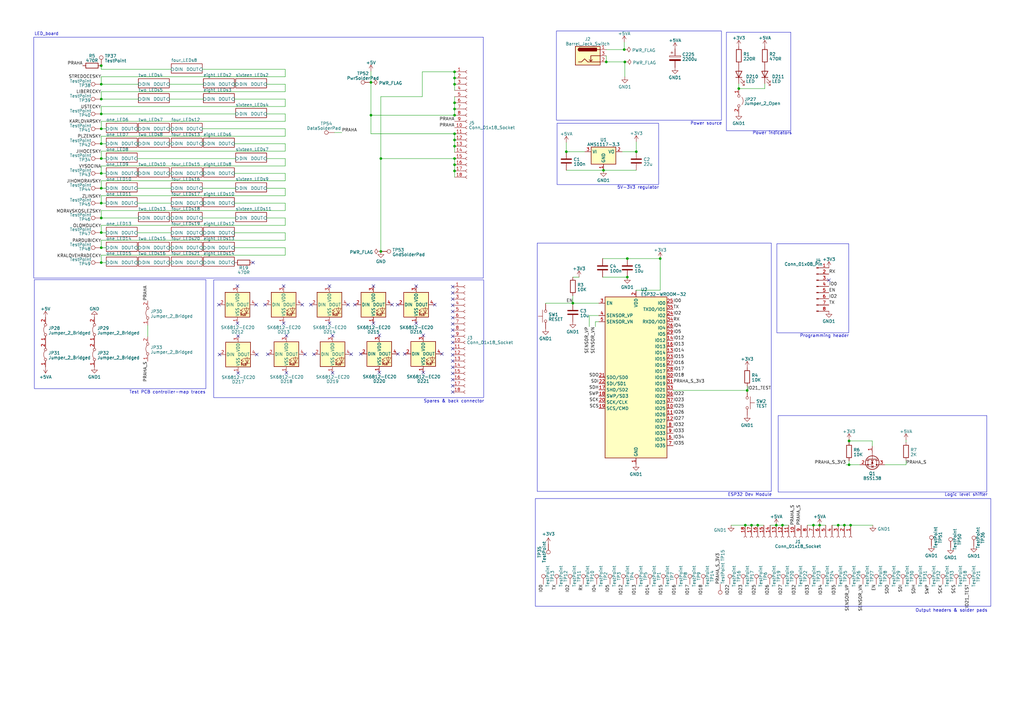
<source format=kicad_sch>
(kicad_sch (version 20230121) (generator eeschema)
  (paper "A3")
  (lib_symbols
    (symbol "Connector:Barrel_Jack_Switch" (pin_names hide)
      (property "Reference" "J" (at 0 5.334 0))
      (property "Value" "Barrel_Jack_Switch" (at 0 -5.08 0))
      (symbol "Barrel_Jack_Switch_1_1"
        (pin passive line (at 7.62 2.54 180) (length 2.54) (name "~") (number "1"))
        (pin passive line (at 7.62 -2.54 180) (length 2.54) (name "~") (number "2"))
        (pin passive line (at 7.62 0 180) (length 2.54) (name "~") (number "3"))
      )
    )
    (symbol "Connector:Conn_01x08_Pin" (pin_names (offset 1.016) hide)
      (property "Reference" "J" (at 0 10.16 0))
      (property "Value" "Conn_01x08_Pin" (at 0 -12.7 0))
      (symbol "Conn_01x08_Pin_1_1"
        (pin passive line (at 5.08 7.62 180) (length 3.81) (name "Pin_1") (number "1"))
        (pin passive line (at 5.08 5.08 180) (length 3.81) (name "Pin_2") (number "2"))
        (pin passive line (at 5.08 2.54 180) (length 3.81) (name "Pin_3") (number "3"))
        (pin passive line (at 5.08 0 180) (length 3.81) (name "Pin_4") (number "4"))
        (pin passive line (at 5.08 -2.54 180) (length 3.81) (name "Pin_5") (number "5"))
        (pin passive line (at 5.08 -5.08 180) (length 3.81) (name "Pin_6") (number "6"))
        (pin passive line (at 5.08 -7.62 180) (length 3.81) (name "Pin_7") (number "7"))
        (pin passive line (at 5.08 -10.16 180) (length 3.81) (name "Pin_8") (number "8"))
      )
    )
    (symbol "Connector:Conn_01x18_Socket" (pin_names (offset 1.016) hide)
      (property "Reference" "J" (at 0 22.86 0))
      (property "Value" "Conn_01x18_Socket" (at 0 -25.4 0))
      (symbol "Conn_01x18_Socket_1_1"
        (pin passive line (at -5.08 20.32 0) (length 3.81) (name "Pin_1") (number "1"))
        (pin passive line (at -5.08 -2.54 0) (length 3.81) (name "Pin_10") (number "10"))
        (pin passive line (at -5.08 -5.08 0) (length 3.81) (name "Pin_11") (number "11"))
        (pin passive line (at -5.08 -7.62 0) (length 3.81) (name "Pin_12") (number "12"))
        (pin passive line (at -5.08 -10.16 0) (length 3.81) (name "Pin_13") (number "13"))
        (pin passive line (at -5.08 -12.7 0) (length 3.81) (name "Pin_14") (number "14"))
        (pin passive line (at -5.08 -15.24 0) (length 3.81) (name "Pin_15") (number "15"))
        (pin passive line (at -5.08 -17.78 0) (length 3.81) (name "Pin_16") (number "16"))
        (pin passive line (at -5.08 -20.32 0) (length 3.81) (name "Pin_17") (number "17"))
        (pin passive line (at -5.08 -22.86 0) (length 3.81) (name "Pin_18") (number "18"))
        (pin passive line (at -5.08 17.78 0) (length 3.81) (name "Pin_2") (number "2"))
        (pin passive line (at -5.08 15.24 0) (length 3.81) (name "Pin_3") (number "3"))
        (pin passive line (at -5.08 12.7 0) (length 3.81) (name "Pin_4") (number "4"))
        (pin passive line (at -5.08 10.16 0) (length 3.81) (name "Pin_5") (number "5"))
        (pin passive line (at -5.08 7.62 0) (length 3.81) (name "Pin_6") (number "6"))
        (pin passive line (at -5.08 5.08 0) (length 3.81) (name "Pin_7") (number "7"))
        (pin passive line (at -5.08 2.54 0) (length 3.81) (name "Pin_8") (number "8"))
        (pin passive line (at -5.08 0 0) (length 3.81) (name "Pin_9") (number "9"))
      )
    )
    (symbol "Connector:TestPoint" (pin_numbers hide) (pin_names (offset 0.762) hide)
      (property "Reference" "TP" (at 0 6.858 0))
      (property "Value" "TestPoint" (at 0 5.08 0))
      (symbol "TestPoint_1_1"
        (pin passive line (at 0 0 90) (length 2.54) (name "1") (number "1"))
      )
    )
    (symbol "Device:C" (pin_numbers hide) (pin_names (offset 0.254))
      (property "Reference" "C" (at 0.635 2.54 0))
      (property "Value" "C" (at 0.635 -2.54 0))
      (symbol "C_1_1"
        (pin passive line (at 0 3.81 270) (length 2.794) (name "~") (number "1"))
        (pin passive line (at 0 -3.81 90) (length 2.794) (name "~") (number "2"))
      )
    )
    (symbol "Device:C_Polarized" (pin_numbers hide) (pin_names (offset 0.254))
      (property "Reference" "C" (at 0.635 2.54 0))
      (property "Value" "C_Polarized" (at 0.635 -2.54 0))
      (symbol "C_Polarized_1_1"
        (pin passive line (at 0 3.81 270) (length 2.794) (name "~") (number "1"))
        (pin passive line (at 0 -3.81 90) (length 2.794) (name "~") (number "2"))
      )
    )
    (symbol "Device:LED" (pin_numbers hide) (pin_names (offset 1.016) hide)
      (property "Reference" "D" (at 0 2.54 0))
      (property "Value" "LED" (at 0 -2.54 0))
      (symbol "LED_1_1"
        (pin passive line (at -3.81 0 0) (length 2.54) (name "K") (number "1"))
        (pin passive line (at 3.81 0 180) (length 2.54) (name "A") (number "2"))
      )
    )
    (symbol "Device:R" (pin_numbers hide) (pin_names (offset 0))
      (property "Reference" "R" (at 2.032 0 90))
      (property "Value" "R" (at 0 0 90))
      (symbol "R_1_1"
        (pin passive line (at 0 3.81 270) (length 1.27) (name "~") (number "1"))
        (pin passive line (at 0 -3.81 90) (length 1.27) (name "~") (number "2"))
      )
    )
    (symbol "Jumper:Jumper_2_Bridged" (pin_names (offset 0) hide)
      (property "Reference" "JP" (at 0 1.905 0))
      (property "Value" "Jumper_2_Bridged" (at 0 -2.54 0))
      (symbol "Jumper_2_Bridged_1_1"
        (pin passive line (at -5.08 0 0) (length 2.54) (name "A") (number "1"))
        (pin passive line (at 5.08 0 180) (length 2.54) (name "B") (number "2"))
      )
    )
    (symbol "Jumper:Jumper_2_Open" (pin_names (offset 0) hide)
      (property "Reference" "JP" (at 0 2.794 0))
      (property "Value" "Jumper_2_Open" (at 0 -2.286 0))
      (symbol "Jumper_2_Open_1_1"
        (pin passive line (at -5.08 0 0) (length 2.54) (name "A") (number "1"))
        (pin passive line (at 5.08 0 180) (length 2.54) (name "B") (number "2"))
      )
    )
    (symbol "RF_Module:ESP32-WROOM-32"
      (property "Reference" "U" (at -12.7 34.29 0))
      (property "Value" "ESP32-WROOM-32" (at 1.27 34.29 0))
      (symbol "ESP32-WROOM-32_1_1"
        (pin power_in line (at 0 -35.56 90) (length 2.54) (name "GND") (number "1"))
        (pin bidirectional line (at 15.24 -12.7 180) (length 2.54) (name "IO25") (number "10"))
        (pin bidirectional line (at 15.24 -15.24 180) (length 2.54) (name "IO26") (number "11"))
        (pin bidirectional line (at 15.24 -17.78 180) (length 2.54) (name "IO27") (number "12"))
        (pin bidirectional line (at 15.24 10.16 180) (length 2.54) (name "IO14") (number "13"))
        (pin bidirectional line (at 15.24 15.24 180) (length 2.54) (name "IO12") (number "14"))
        (pin passive line (at 0 -35.56 90) (length 2.54) hide (name "GND") (number "15"))
        (pin bidirectional line (at 15.24 12.7 180) (length 2.54) (name "IO13") (number "16"))
        (pin bidirectional line (at -15.24 -5.08 0) (length 2.54) (name "SHD/SD2") (number "17"))
        (pin bidirectional line (at -15.24 -7.62 0) (length 2.54) (name "SWP/SD3") (number "18"))
        (pin bidirectional line (at -15.24 -12.7 0) (length 2.54) (name "SCS/CMD") (number "19"))
        (pin power_in line (at 0 35.56 270) (length 2.54) (name "VDD") (number "2"))
        (pin bidirectional line (at -15.24 -10.16 0) (length 2.54) (name "SCK/CLK") (number "20"))
        (pin bidirectional line (at -15.24 0 0) (length 2.54) (name "SDO/SD0") (number "21"))
        (pin bidirectional line (at -15.24 -2.54 0) (length 2.54) (name "SDI/SD1") (number "22"))
        (pin bidirectional line (at 15.24 7.62 180) (length 2.54) (name "IO15") (number "23"))
        (pin bidirectional line (at 15.24 25.4 180) (length 2.54) (name "IO2") (number "24"))
        (pin bidirectional line (at 15.24 30.48 180) (length 2.54) (name "IO0") (number "25"))
        (pin bidirectional line (at 15.24 20.32 180) (length 2.54) (name "IO4") (number "26"))
        (pin bidirectional line (at 15.24 5.08 180) (length 2.54) (name "IO16") (number "27"))
        (pin bidirectional line (at 15.24 2.54 180) (length 2.54) (name "IO17") (number "28"))
        (pin bidirectional line (at 15.24 17.78 180) (length 2.54) (name "IO5") (number "29"))
        (pin input line (at -15.24 30.48 0) (length 2.54) (name "EN") (number "3"))
        (pin bidirectional line (at 15.24 0 180) (length 2.54) (name "IO18") (number "30"))
        (pin bidirectional line (at 15.24 -2.54 180) (length 2.54) (name "IO19") (number "31"))
        (pin no_connect line (at -12.7 -27.94 0) (length 2.54) hide (name "NC") (number "32"))
        (pin bidirectional line (at 15.24 -5.08 180) (length 2.54) (name "IO21") (number "33"))
        (pin bidirectional line (at 15.24 22.86 180) (length 2.54) (name "RXD0/IO3") (number "34"))
        (pin bidirectional line (at 15.24 27.94 180) (length 2.54) (name "TXD0/IO1") (number "35"))
        (pin bidirectional line (at 15.24 -7.62 180) (length 2.54) (name "IO22") (number "36"))
        (pin bidirectional line (at 15.24 -10.16 180) (length 2.54) (name "IO23") (number "37"))
        (pin passive line (at 0 -35.56 90) (length 2.54) hide (name "GND") (number "38"))
        (pin passive line (at 0 -35.56 90) (length 2.54) hide (name "GND") (number "39"))
        (pin input line (at -15.24 25.4 0) (length 2.54) (name "SENSOR_VP") (number "4"))
        (pin input line (at -15.24 22.86 0) (length 2.54) (name "SENSOR_VN") (number "5"))
        (pin input line (at 15.24 -25.4 180) (length 2.54) (name "IO34") (number "6"))
        (pin input line (at 15.24 -27.94 180) (length 2.54) (name "IO35") (number "7"))
        (pin bidirectional line (at 15.24 -20.32 180) (length 2.54) (name "IO32") (number "8"))
        (pin bidirectional line (at 15.24 -22.86 180) (length 2.54) (name "IO33") (number "9"))
      )
    )
    (symbol "Regulator_Linear:AMS1117-3.3"
      (property "Reference" "U" (at -3.81 3.175 0))
      (property "Value" "AMS1117-3.3" (at 0 3.175 0))
      (symbol "AMS1117-3.3_1_1"
        (pin power_in line (at 0 -7.62 90) (length 2.54) (name "GND") (number "1"))
        (pin power_out line (at 7.62 0 180) (length 2.54) (name "VO") (number "2"))
        (pin power_in line (at -7.62 0 0) (length 2.54) (name "VI") (number "3"))
      )
    )
    (symbol "Switch:SW_Push" (pin_numbers hide) (pin_names (offset 1.016) hide)
      (property "Reference" "SW" (at 1.27 2.54 0))
      (property "Value" "SW_Push" (at 0 -1.524 0))
      (symbol "SW_Push_0_1"
        (pin passive line (at -5.08 0 0) (length 2.54) (name "1") (number "1"))
        (pin passive line (at 5.08 0 180) (length 2.54) (name "2") (number "2"))
      )
    )
    (symbol "Transistor_FET:BSS138" (pin_names hide)
      (property "Reference" "Q" (at 5.08 1.905 0))
      (property "Value" "BSS138" (at 5.08 0 0))
      (symbol "BSS138_1_1"
        (pin input line (at -5.08 0 0) (length 2.54) (name "G") (number "1"))
        (pin passive line (at 2.54 -5.08 90) (length 2.54) (name "S") (number "2"))
        (pin passive line (at 2.54 5.08 270) (length 2.54) (name "D") (number "3"))
      )
    )
    (symbol "mapacr:SK6812-EC20" (pin_names (offset 0.254))
      (property "Reference" "D" (at 5.08 5.715 0))
      (property "Value" "SK6812-EC20" (at 1.27 -5.715 0))
      (property "JLCPCB_PART" "C2909058" (at 8.89 -12.7 0))
      (symbol "SK6812-EC20_0_0"
        (text "RGB" (at 2.286 -4.191 0) (effects (font (size 0.762 0.762))))
      )
      (symbol "SK6812-EC20_1_1"
        (pin power_in line (at 0 -7.62 90) (length 2.54) (name "VSS") (number "1"))
        (pin input line (at -7.62 0 0) (length 2.54) (name "DIN") (number "2"))
        (pin power_in line (at 0 7.62 270) (length 2.54) (name "VDD") (number "3"))
        (pin output line (at 7.62 0 180) (length 2.54) (name "DOUT") (number "4"))
      )
    )
    (symbol "power:+3V3" (power) (pin_names (offset 0))
      (property "Value" "+3V3" (at 0 3.556 0))
      (symbol "+3V3_1_1"
        (pin power_in line (at 0 0 90) (length 0) hide (name "+3V3") (number "1"))
      )
    )
    (symbol "power:+5V" (power) (pin_names (offset 0))
      (property "Value" "+5V" (at 0 3.556 0))
      (symbol "+5V_1_1"
        (pin power_in line (at 0 0 90) (length 0) hide (name "+5V") (number "1"))
      )
    )
    (symbol "power:+5VA" (power) (pin_names (offset 0))
      (property "Value" "+5VA" (at 0 3.556 0))
      (symbol "+5VA_1_1"
        (pin power_in line (at 0 0 90) (length 0) hide (name "+5VA") (number "1"))
      )
    )
    (symbol "power:GND" (power) (pin_names (offset 0))
      (property "Value" "GND" (at 0 -3.81 0))
      (symbol "GND_1_1"
        (pin power_in line (at 0 0 270) (length 0) hide (name "GND") (number "1"))
      )
    )
    (symbol "power:GND1" (power) (pin_names (offset 0))
      (property "Value" "GND1" (at 0 -3.81 0))
      (symbol "GND1_1_1"
        (pin power_in line (at 0 0 270) (length 0) hide (name "GND1") (number "1"))
      )
    )
    (symbol "power:PWR_FLAG" (power) (pin_numbers hide) (pin_names (offset 0) hide)
      (property "Value" "PWR_FLAG" (at 0 3.81 0))
      (symbol "PWR_FLAG_0_0"
        (pin power_out line (at 0 0 90) (length 0) (name "pwr") (number "1"))
      )
    )
  )
  (junction (at 256.032 20.32))
  (junction (at 305.689 215.392))
  (junction (at 306.451 160.147))
  (junction (at 41.529 52.832))
  (junction (at 232.283 62.23))
  (junction (at 346.329 215.392))
  (junction (at 152.146 33.782))
  (junction (at 186.436 54.864))
  (junction (at 186.436 42.164))
  (junction (at 343.789 215.392))
  (junction (at 41.529 65.024))
  (junction (at 41.529 26.924))
  (junction (at 41.529 89.408))
  (junction (at 41.529 83.312))
  (junction (at 333.629 215.392))
  (junction (at 270.764 106.045))
  (junction (at 186.436 29.464))
  (junction (at 156.21 103.124))
  (junction (at 152.146 47.244))
  (junction (at 41.529 46.736))
  (junction (at 257.302 113.665))
  (junction (at 41.529 77.216))
  (junction (at 248.666 25.4))
  (junction (at 186.436 47.244))
  (junction (at 348.234 180.848))
  (junction (at 41.529 107.696))
  (junction (at 256.286 25.4))
  (junction (at 186.436 34.544))
  (junction (at 303.022 36.322))
  (junction (at 336.169 215.392))
  (junction (at 348.234 190.627))
  (junction (at 234.95 124.333))
  (junction (at 186.436 67.564))
  (junction (at 186.436 59.944))
  (junction (at 41.529 95.377))
  (junction (at 318.389 215.392))
  (junction (at 41.529 34.544))
  (junction (at 186.436 70.104))
  (junction (at 186.436 44.704))
  (junction (at 156.21 65.024))
  (junction (at 186.436 65.024))
  (junction (at 41.529 40.64))
  (junction (at 41.529 71.12))
  (junction (at 257.302 106.045))
  (junction (at 260.985 62.23))
  (junction (at 41.529 101.6))
  (junction (at 348.869 215.392))
  (junction (at 310.769 215.392))
  (junction (at 247.523 69.85))
  (junction (at 186.436 32.004))
  (junction (at 320.929 215.392))
  (junction (at 41.529 58.928))
  (junction (at 186.436 57.404))
  (junction (at 308.229 215.392))
  (no_connect (at 185.674 135.382))
  (no_connect (at 185.674 155.702))
  (no_connect (at 185.674 132.842))
  (no_connect (at 144.018 145.288))
  (no_connect (at 97.663 137.795))
  (no_connect (at 97.409 117.348))
  (no_connect (at 125.095 145.288))
  (no_connect (at 145.542 124.968))
  (no_connect (at 185.674 127.762))
  (no_connect (at 109.855 145.288))
  (no_connect (at 90.043 145.415))
  (no_connect (at 153.162 117.348))
  (no_connect (at 127.508 124.968))
  (no_connect (at 97.409 132.588))
  (no_connect (at 153.162 132.588))
  (no_connect (at 170.688 132.588))
  (no_connect (at 97.663 153.035))
  (no_connect (at 128.778 145.288))
  (no_connect (at 185.674 160.782))
  (no_connect (at 117.475 152.908))
  (no_connect (at 116.332 117.348))
  (no_connect (at 173.609 152.781))
  (no_connect (at 185.674 153.162))
  (no_connect (at 136.398 137.668))
  (no_connect (at 185.674 117.602))
  (no_connect (at 185.674 137.922))
  (no_connect (at 185.674 148.082))
  (no_connect (at 136.398 152.908))
  (no_connect (at 185.674 122.682))
  (no_connect (at 339.979 114.935))
  (no_connect (at 142.748 124.968))
  (no_connect (at 105.029 124.968))
  (no_connect (at 170.688 117.348))
  (no_connect (at 185.674 150.622))
  (no_connect (at 165.989 145.161))
  (no_connect (at 185.674 125.222))
  (no_connect (at 135.128 117.348))
  (no_connect (at 89.789 124.968))
  (no_connect (at 185.674 120.142))
  (no_connect (at 185.674 143.002))
  (no_connect (at 155.575 137.541))
  (no_connect (at 185.674 158.242))
  (no_connect (at 178.308 124.968))
  (no_connect (at 108.712 124.968))
  (no_connect (at 116.332 132.588))
  (no_connect (at 181.229 145.161))
  (no_connect (at 185.674 140.462))
  (no_connect (at 147.955 145.161))
  (no_connect (at 135.128 132.588))
  (no_connect (at 160.782 124.968))
  (no_connect (at 163.195 145.161))
  (no_connect (at 117.475 137.668))
  (no_connect (at 185.674 145.542))
  (no_connect (at 123.952 124.968))
  (no_connect (at 103.759 107.696))
  (no_connect (at 163.068 124.968))
  (no_connect (at 105.283 145.415))
  (no_connect (at 155.575 152.781))
  (no_connect (at 185.674 130.302))
  (no_connect (at 173.609 137.541))
  (wire (pts (xy 186.436 44.704) (xy 186.436 47.244)))
  (wire (pts (xy 116.967 104.648) (xy 41.529 104.648)))
  (wire (pts (xy 303.022 34.29) (xy 303.022 36.322)))
  (wire (pts (xy 41.529 74.168) (xy 41.529 77.216)))
  (wire (pts (xy 137.16 54.356) (xy 140.208 54.356)))
  (wire (pts (xy 41.529 89.408) (xy 56.769 89.408)))
  (wire (pts (xy 109.347 89.408) (xy 116.967 89.408)))
  (wire (pts (xy 234.95 113.665) (xy 237.49 113.665)))
  (wire (pts (xy 41.529 98.552) (xy 41.529 101.6)))
  (wire (pts (xy 41.529 58.928) (xy 43.561 58.928)))
  (wire (pts (xy 348.234 180.848) (xy 348.234 181.356)))
  (wire (pts (xy 260.858 118.999) (xy 270.764 118.999)))
  (wire (pts (xy 186.436 42.164) (xy 186.436 44.704)))
  (wire (pts (xy 116.967 31.496) (xy 116.967 28.448)))
  (wire (pts (xy 41.529 52.832) (xy 43.561 52.832)))
  (wire (pts (xy 116.967 86.36) (xy 41.529 86.36)))
  (wire (pts (xy 156.21 65.024) (xy 186.436 65.024)))
  (wire (pts (xy 315.849 215.392) (xy 318.389 215.392)))
  (wire (pts (xy 116.967 58.928) (xy 116.967 61.976)))
  (wire (pts (xy 186.436 39.624) (xy 186.436 42.164)))
  (wire (pts (xy 248.666 20.32) (xy 256.032 20.32)))
  (wire (pts (xy 82.931 52.832) (xy 116.967 52.832)))
  (wire (pts (xy 116.967 80.264) (xy 41.529 80.264)))
  (wire (pts (xy 41.529 55.88) (xy 41.529 58.928)))
  (wire (pts (xy 41.529 28.448) (xy 70.231 28.448)))
  (wire (pts (xy 69.469 34.544) (xy 83.439 34.544)))
  (wire (pts (xy 186.436 67.564) (xy 186.436 70.104)))
  (wire (pts (xy 318.389 215.392) (xy 320.929 215.392)))
  (wire (pts (xy 82.931 58.928) (xy 83.439 58.928)))
  (wire (pts (xy 41.529 49.784) (xy 41.529 52.832)))
  (wire (pts (xy 116.967 95.504) (xy 116.967 98.552)))
  (wire (pts (xy 96.139 95.504) (xy 116.967 95.504)))
  (wire (pts (xy 41.529 31.496) (xy 41.529 34.544)))
  (wire (pts (xy 245.618 129.413) (xy 241.681 129.413)))
  (wire (pts (xy 56.261 77.216) (xy 70.231 77.216)))
  (wire (pts (xy 348.234 190.627) (xy 352.679 190.627)))
  (wire (pts (xy 56.261 101.6) (xy 56.769 101.6)))
  (wire (pts (xy 116.967 43.688) (xy 41.529 43.688)))
  (wire (pts (xy 116.967 52.832) (xy 116.967 55.88)))
  (wire (pts (xy 245.618 131.953) (xy 244.221 131.953)))
  (wire (pts (xy 41.529 83.312) (xy 43.561 83.312)))
  (wire (pts (xy 244.221 131.953) (xy 244.221 133.985)))
  (wire (pts (xy 82.931 77.216) (xy 96.647 77.216)))
  (wire (pts (xy 109.347 34.544) (xy 116.967 34.544)))
  (wire (pts (xy 186.436 57.404) (xy 186.436 59.944)))
  (wire (pts (xy 82.931 95.504) (xy 83.439 95.504)))
  (wire (pts (xy 116.967 83.312) (xy 116.967 86.36)))
  (wire (pts (xy 256.286 25.4) (xy 256.286 31.496)))
  (wire (pts (xy 41.529 37.592) (xy 41.529 40.64)))
  (wire (pts (xy 116.967 46.736) (xy 116.967 49.784)))
  (wire (pts (xy 333.629 215.392) (xy 336.169 215.392)))
  (wire (pts (xy 116.967 31.496) (xy 41.529 31.496)))
  (wire (pts (xy 156.21 103.124) (xy 156.21 65.024)))
  (wire (pts (xy 232.283 58.42) (xy 232.283 62.23)))
  (wire (pts (xy 247.142 113.665) (xy 257.302 113.665)))
  (wire (pts (xy 313.69 36.322) (xy 313.69 34.29)))
  (wire (pts (xy 348.234 180.467) (xy 348.234 180.848)))
  (wire (pts (xy 305.689 215.392) (xy 308.229 215.392)))
  (wire (pts (xy 270.764 118.999) (xy 270.764 106.045)))
  (wire (pts (xy 247.523 69.85) (xy 260.985 69.85)))
  (wire (pts (xy 41.529 107.696) (xy 43.561 107.696)))
  (wire (pts (xy 186.436 32.004) (xy 186.436 34.544)))
  (wire (pts (xy 96.139 71.12) (xy 116.967 71.12)))
  (wire (pts (xy 116.967 55.88) (xy 41.529 55.88)))
  (wire (pts (xy 41.529 95.504) (xy 43.561 95.504)))
  (wire (pts (xy 186.436 47.244) (xy 152.146 47.244)))
  (wire (pts (xy 256.032 20.32) (xy 256.032 17.272)))
  (wire (pts (xy 234.95 124.333) (xy 245.618 124.333)))
  (wire (pts (xy 346.964 190.627) (xy 348.234 190.627)))
  (wire (pts (xy 96.139 101.6) (xy 116.967 101.6)))
  (wire (pts (xy 41.529 65.024) (xy 43.561 65.024)))
  (wire (pts (xy 186.436 29.464) (xy 173.228 29.464)))
  (wire (pts (xy 109.347 77.216) (xy 116.967 77.216)))
  (wire (pts (xy 41.529 77.216) (xy 43.561 77.216)))
  (wire (pts (xy 232.283 69.85) (xy 247.523 69.85)))
  (wire (pts (xy 341.249 215.392) (xy 343.789 215.392)))
  (wire (pts (xy 255.143 62.23) (xy 260.985 62.23)))
  (wire (pts (xy 257.302 106.045) (xy 270.764 106.045)))
  (wire (pts (xy 41.529 101.6) (xy 43.561 101.6)))
  (wire (pts (xy 41.529 68.072) (xy 41.529 71.12)))
  (wire (pts (xy 276.098 160.147) (xy 306.451 160.147)))
  (wire (pts (xy 41.529 92.456) (xy 41.529 95.377)))
  (wire (pts (xy 56.261 95.504) (xy 70.231 95.504)))
  (wire (pts (xy 69.469 89.408) (xy 70.231 89.408)))
  (wire (pts (xy 60.579 133.477) (xy 60.579 138.049)))
  (wire (pts (xy 223.774 124.333) (xy 223.774 124.587)))
  (wire (pts (xy 116.967 77.216) (xy 116.967 80.264)))
  (wire (pts (xy 41.529 86.36) (xy 41.529 89.408)))
  (wire (pts (xy 116.967 89.408) (xy 116.967 92.456)))
  (wire (pts (xy 348.869 215.392) (xy 358.013 215.392)))
  (wire (pts (xy 152.146 33.782) (xy 152.146 47.244)))
  (wire (pts (xy 276.098 160.147) (xy 276.098 159.893)))
  (wire (pts (xy 56.261 83.312) (xy 70.231 83.312)))
  (wire (pts (xy 152.146 29.21) (xy 152.146 33.782)))
  (wire (pts (xy 186.436 29.464) (xy 186.436 32.004)))
  (wire (pts (xy 69.469 71.12) (xy 70.231 71.12)))
  (wire (pts (xy 116.967 65.024) (xy 116.967 68.072)))
  (wire (pts (xy 69.469 107.696) (xy 70.231 107.696)))
  (wire (pts (xy 82.931 101.6) (xy 83.439 101.6)))
  (wire (pts (xy 116.967 68.072) (xy 41.529 68.072)))
  (wire (pts (xy 260.858 118.999) (xy 260.858 119.253)))
  (wire (pts (xy 56.261 71.12) (xy 56.769 71.12)))
  (wire (pts (xy 56.261 65.024) (xy 96.647 65.024)))
  (wire (pts (xy 247.142 106.045) (xy 257.302 106.045)))
  (wire (pts (xy 306.451 158.369) (xy 306.451 160.147)))
  (wire (pts (xy 41.529 26.924) (xy 41.529 28.448)))
  (wire (pts (xy 56.261 52.832) (xy 56.769 52.832)))
  (wire (pts (xy 346.329 215.392) (xy 348.869 215.392)))
  (wire (pts (xy 69.469 40.64) (xy 83.439 40.64)))
  (wire (pts (xy 116.967 71.12) (xy 116.967 74.168)))
  (wire (pts (xy 186.436 65.024) (xy 186.436 67.564)))
  (wire (pts (xy 116.967 37.592) (xy 41.529 37.592)))
  (wire (pts (xy 41.529 71.12) (xy 43.561 71.12)))
  (wire (pts (xy 248.666 22.86) (xy 248.666 25.4)))
  (wire (pts (xy 96.139 34.544) (xy 96.647 34.544)))
  (wire (pts (xy 156.21 65.024) (xy 156.21 39.624)))
  (wire (pts (xy 69.469 52.832) (xy 70.231 52.832)))
  (wire (pts (xy 96.139 58.928) (xy 116.967 58.928)))
  (wire (pts (xy 56.261 107.696) (xy 56.769 107.696)))
  (wire (pts (xy 69.469 101.6) (xy 70.231 101.6)))
  (wire (pts (xy 186.436 54.864) (xy 186.436 57.404)))
  (wire (pts (xy 41.529 104.648) (xy 41.529 107.696)))
  (wire (pts (xy 109.347 46.736) (xy 116.967 46.736)))
  (wire (pts (xy 41.529 95.377) (xy 41.529 95.504)))
  (wire (pts (xy 41.529 61.976) (xy 41.529 65.024)))
  (wire (pts (xy 303.022 36.322) (xy 313.69 36.322)))
  (wire (pts (xy 186.436 70.104) (xy 186.436 72.644)))
  (wire (pts (xy 41.529 34.544) (xy 56.769 34.544)))
  (wire (pts (xy 371.602 190.627) (xy 371.602 188.976)))
  (wire (pts (xy 116.967 98.552) (xy 41.529 98.552)))
  (wire (pts (xy 248.666 25.4) (xy 256.286 25.4)))
  (wire (pts (xy 82.931 71.12) (xy 83.439 71.12)))
  (wire (pts (xy 41.529 43.688) (xy 41.529 46.736)))
  (wire (pts (xy 357.759 183.007) (xy 357.759 180.848)))
  (wire (pts (xy 82.931 28.448) (xy 116.967 28.448)))
  (wire (pts (xy 116.967 92.456) (xy 41.529 92.456)))
  (wire (pts (xy 336.169 215.392) (xy 338.709 215.392)))
  (wire (pts (xy 41.529 46.736) (xy 96.647 46.736)))
  (wire (pts (xy 348.234 188.976) (xy 348.234 190.627)))
  (wire (pts (xy 82.931 107.696) (xy 83.439 107.696)))
  (wire (pts (xy 186.436 34.544) (xy 186.436 37.084)))
  (wire (pts (xy 116.967 61.976) (xy 41.529 61.976)))
  (wire (pts (xy 357.759 180.848) (xy 348.234 180.848)))
  (wire (pts (xy 96.139 40.64) (xy 116.967 40.64)))
  (wire (pts (xy 69.469 58.928) (xy 70.231 58.928)))
  (wire (pts (xy 234.95 124.333) (xy 234.95 121.285)))
  (wire (pts (xy 234.95 124.333) (xy 223.774 124.333)))
  (wire (pts (xy 260.985 58.166) (xy 260.985 62.23)))
  (wire (pts (xy 82.931 89.408) (xy 96.647 89.408)))
  (wire (pts (xy 156.21 39.624) (xy 173.228 39.624)))
  (wire (pts (xy 320.929 215.392) (xy 323.469 215.392)))
  (wire (pts (xy 232.283 62.23) (xy 239.903 62.23)))
  (wire (pts (xy 109.347 65.024) (xy 116.967 65.024)))
  (wire (pts (xy 371.602 180.467) (xy 371.602 181.356)))
  (wire (pts (xy 56.261 58.928) (xy 56.769 58.928)))
  (wire (pts (xy 241.681 129.413) (xy 241.681 133.985)))
  (wire (pts (xy 152.146 47.244) (xy 152.146 54.864)))
  (wire (pts (xy 116.967 34.544) (xy 116.967 37.592)))
  (wire (pts (xy 299.847 215.392) (xy 305.689 215.392)))
  (wire (pts (xy 116.967 40.64) (xy 116.967 43.688)))
  (wire (pts (xy 308.229 215.392) (xy 310.769 215.392)))
  (wire (pts (xy 116.967 101.6) (xy 116.967 104.648)))
  (wire (pts (xy 41.529 40.64) (xy 56.769 40.64)))
  (wire (pts (xy 310.769 215.392) (xy 313.309 215.392)))
  (wire (pts (xy 173.228 39.624) (xy 173.228 29.464)))
  (wire (pts (xy 116.967 74.168) (xy 41.529 74.168)))
  (wire (pts (xy 343.789 215.392) (xy 346.329 215.392)))
  (wire (pts (xy 186.436 59.944) (xy 186.436 62.484)))
  (wire (pts (xy 186.436 54.864) (xy 152.146 54.864)))
  (wire (pts (xy 82.931 83.312) (xy 83.439 83.312)))
  (wire (pts (xy 41.529 80.264) (xy 41.529 83.312)))
  (wire (pts (xy 362.839 190.627) (xy 371.602 190.627)))
  (wire (pts (xy 96.139 83.312) (xy 116.967 83.312)))
  (wire (pts (xy 331.089 215.392) (xy 333.629 215.392)))
  (wire (pts (xy 116.967 49.784) (xy 41.529 49.784)))
  (rectangle (start 87.63 114.808) (end 198.374 163.068))
  (rectangle (start 219.583 204.47) (end 406.4 248.666))
  (rectangle (start 297.942 13.208) (end 324.358 53.594))
  (rectangle (start 318.643 99.949) (end 348.107 136.525))
  (rectangle (start 14.097 114.681) (end 84.455 159.385))
  (rectangle (start 220.345 99.695) (end 316.357 201.549))
  (rectangle (start 319.151 170.434) (end 404.749 201.803))
  (rectangle (start 13.843 15.24) (end 198.247 114.046))
  (rectangle (start 228.219 12.7) (end 295.91 49.276))
  (rectangle (start 228.473 50.546) (end 270.129 75.692))
  (text "ESP32 Dev Module" (at 298.45 203.708 0) (effects (font (size 1.27 1.27)) (justify left bottom)))
  (text "Spares & back connector" (at 173.736 165.354 0) (effects (font (size 1.27 1.27)) (justify left bottom)))
  (text "Test PCB controller-map traces" (at 52.959 161.671 0) (effects (font (size 1.27 1.27)) (justify left bottom)))
  (text "Logic level shifter" (at 405.13 203.708 0) (effects (font (size 1.27 1.27)) (justify right bottom)))
  (text "Power indicators" (at 308.61 55.372 0) (effects (font (size 1.27 1.27)) (justify left bottom)))
  (text "Programming header" (at 328.041 138.557 0) (effects (font (size 1.27 1.27)) (justify left bottom)))
  (text "Output headers & solder pads" (at 375.412 251.206 0) (effects (font (size 1.27 1.27)) (justify left bottom)))
  (text "LED_board" (at 14.097 14.732 0) (effects (font (size 1.27 1.27)) (justify left bottom)))
  (text "5V-3V3 regulator" (at 253.111 77.724 0) (effects (font (size 1.27 1.27)) (justify left bottom)))
  (text "Power source" (at 283.083 51.435 0) (effects (font (size 1.27 1.27)) (justify left bottom)))
  (label "IO18" (at 288.417 239.649 270))
  (label "VYSOCINA" (at 41.529 69.215 180))
  (label "IO0" (at 339.979 117.475 0))
  (label "IO16" (at 276.098 149.733 0))
  (label "SENSOR_VP" (at 241.681 133.985 270))
  (label "IO21_TEST" (at 397.637 239.649 270))
  (label "SDH" (at 245.618 159.893 180))
  (label "SENSOR_VN" (at 244.221 133.985 270))
  (label "PRAHA" (at 186.436 52.324 180))
  (label "PARDUBICKY" (at 41.529 99.695 180))
  (label "TX" (at 228.346 239.649 270))
  (label "RX" (at 239.268 239.649 270))
  (label "IO22" (at 299.339 239.649 270))
  (label "IO34" (at 276.098 180.213 0))
  (label "PRAHA" (at 60.579 123.317 90))
  (label "IO18" (at 276.098 154.813 0))
  (label "MORAVSKOSLEZSKY" (at 41.529 87.63 180))
  (label "IO33" (at 276.098 177.673 0))
  (label "OLOMOUCKY" (at 41.529 93.599 180))
  (label "PRAHA" (at 33.909 26.924 180))
  (label "IO12" (at 255.651 239.649 270))
  (label "RX" (at 339.979 112.395 0))
  (label "TX" (at 339.979 125.095 0))
  (label "RX" (at 276.098 131.953 0))
  (label "SDH" (at 375.793 239.649 270))
  (label "PRAHA_S" (at 326.009 215.392 90))
  (label "SCK" (at 245.618 164.973 180))
  (label "IO4" (at 276.098 134.493 0))
  (label "IO0" (at 276.098 124.333 0))
  (label "IO2" (at 276.098 129.413 0))
  (label "SCS" (at 245.618 167.513 180))
  (label "SCK" (at 386.715 239.649 270))
  (label "IO22" (at 276.098 162.433 0))
  (label "PRAHA_S_3V3" (at 295.402 239.649 90))
  (label "JIHOCESKY" (at 41.529 63.119 180))
  (label "IO15" (at 272.034 239.649 270))
  (label "LIBERECKY" (at 41.529 38.608 180))
  (label "PRAHA_S_3V3" (at 346.964 190.627 180))
  (label "IO35" (at 276.098 182.753 0))
  (label "PRAHA" (at 186.436 49.784 180))
  (label "IO4" (at 244.729 239.649 270))
  (label "IO35" (at 343.027 239.649 270))
  (label "SDI" (at 370.332 239.649 270))
  (label "SENSOR_VP" (at 348.488 239.649 270))
  (label "IO27" (at 321.183 239.649 270))
  (label "IO16" (at 277.495 239.649 270))
  (label "KRALOVEHRADECKY" (at 41.529 105.918 180))
  (label "PRAHA_S_3V3" (at 276.098 157.353 0))
  (label "EN" (at 234.95 124.333 180))
  (label "PRAHA_S" (at 60.579 148.209 270))
  (label "IO13" (at 276.098 142.113 0))
  (label "EN" (at 339.979 120.015 0))
  (label "IO25" (at 310.261 239.649 270))
  (label "STREDOCESKY" (at 41.529 32.385 180))
  (label "PRAHA_S" (at 371.602 190.627 0))
  (label "IO14" (at 266.573 239.649 270))
  (label "IO17" (at 276.098 152.273 0))
  (label "IO32" (at 276.098 175.133 0))
  (label "IO5" (at 250.19 239.649 270))
  (label "PLZENSKY" (at 41.529 56.896 180))
  (label "ZLINSKY" (at 41.529 81.534 180))
  (label "IO14" (at 276.098 144.653 0))
  (label "IO23" (at 276.098 164.973 0))
  (label "IO2" (at 233.807 239.649 270))
  (label "SWP" (at 245.618 162.433 180))
  (label "IO2" (at 339.979 122.555 0))
  (label "IO13" (at 261.112 239.649 270))
  (label "SENSOR_VN" (at 353.949 239.649 270))
  (label "SCS" (at 392.176 239.649 270))
  (label "IO0" (at 222.885 239.649 270))
  (label "IO12" (at 276.098 139.573 0))
  (label "IO25" (at 276.098 167.513 0))
  (label "PRAHA_S" (at 328.549 215.392 90))
  (label "IO15" (at 276.098 147.193 0))
  (label "IO17" (at 282.956 239.649 270))
  (label "IO5" (at 276.098 137.033 0))
  (label "PRAHA" (at 140.208 54.356 0))
  (label "SWP" (at 381.254 239.649 270))
  (label "TX" (at 276.098 126.873 0))
  (label "SDO" (at 245.618 154.813 180))
  (label "IO27" (at 276.098 172.593 0))
  (label "SDI" (at 245.618 157.353 180))
  (label "IO21_TEST" (at 306.451 160.147 0))
  (label "IO32" (at 326.644 239.649 270))
  (label "USTECKY" (at 41.529 44.831 180))
  (label "KARLOVARSKY" (at 41.529 50.8 180))
  (label "EN" (at 359.41 239.649 270))
  (label "IO26" (at 315.722 239.649 270))
  (label "SDO" (at 364.871 239.649 270))
  (label "IO26" (at 276.098 170.053 0))
  (label "IO34" (at 337.566 239.649 270))
  (label "JIHOMORAVSKY" (at 41.529 75.311 180))
  (label "IO33" (at 332.105 239.649 270))
  (label "IO23" (at 304.8 239.649 270))
  (symbol (lib_id "Connector:TestPoint") (at 156.21 103.124 270) (unit 1)
    (property "Reference" "TP53" (at 160.909 102.4803 90) (effects (justify left)))
    (property "Value" "GndSolderPad" (at 160.909 104.4013 90) (effects (justify left)))
    (property "Footprint" "TestPoint:TestPoint_Pad_4.0x4.0mm" (effects hide))
  )
  (symbol (lib_id "mapacr:SK6812-EC20") (at 135.128 124.968 0) (unit 1)
    (property "Reference" "D214" (at 135.128 136.144 0))
    (property "Value" "SK6812-EC20" (at 128.27 133.604 0) (effects (justify left top)))
    (property "Footprint" "mapacr:LED_SK6812-EC20" (effects hide))
    (property "Datasheet" "https://datasheet.lcsc.com/lcsc/2110250930_OPSCO-Optoelectronics-SK6812-EC20_C2909058.pdf" (effects hide))
    (property "JLCPCB_PART" "C2909058" (effects hide))
  )
  (symbol (lib_id "mapacr:SK6812-EC20") (at 116.332 124.968 0) (unit 1)
    (property "Reference" "D213" (at 116.332 136.144 0))
    (property "Value" "SK6812-EC20" (at 109.474 133.604 0) (effects (justify left top)))
    (property "Footprint" "mapacr:LED_SK6812-EC20" (effects hide))
    (property "Datasheet" "https://datasheet.lcsc.com/lcsc/2110250930_OPSCO-Optoelectronics-SK6812-EC20_C2909058.pdf" (effects hide))
    (property "JLCPCB_PART" "C2909058" (effects hide))
  )
  (symbol (lib_id "Connector:TestPoint") (at 41.529 83.312 90) (unit 1)
    (property "Reference" "TP45" (at 34.798 83.82 90))
    (property "Value" "TestPoint" (at 33.02 82.042 90))
    (property "Footprint" "TestPoint:TestPoint_Pad_2.5x2.5mm" (effects hide))
  )
  (symbol (lib_id "Connector:TestPoint") (at 299.339 239.649 0) (unit 1)
    (property "Reference" "TP16" (at 302.9839 236.347 90))
    (property "Value" "TestPoint" (at 301.0629 236.347 90))
    (property "Footprint" "mapacr:TestPoint_1.2x3mm" (effects hide))
  )
  (symbol (lib_id "power:+5VA") (at 276.86 20.066 0) (unit 1)
    (property "Reference" "#PWR0131" (effects hide))
    (property "Value" "+5VA" (at 276.86 16.5641 0))
  )
  (symbol (lib_id "Connector:TestPoint") (at 337.566 239.649 0) (unit 1)
    (property "Reference" "TP24" (at 341.2109 236.347 90))
    (property "Value" "TestPoint" (at 339.2899 236.347 90))
    (property "Footprint" "mapacr:TestPoint_1.2x3mm" (effects hide))
  )
  (symbol (lib_id "power:PWR_FLAG") (at 256.286 25.4 270) (unit 1)
    (property "Reference" "#FLG02" (effects hide))
    (property "Value" "PWR_FLAG" (at 259.461 25.7168 90) (effects (justify left)))
  )
  (symbol (lib_id "Connector:TestPoint") (at 250.19 239.649 0) (unit 1)
    (property "Reference" "TP3" (at 253.8349 236.347 90))
    (property "Value" "TestPoint" (at 251.9139 236.347 90))
    (property "Footprint" "mapacr:TestPoint_1.2x3mm" (effects hide))
  )
  (symbol (lib_id "Connector:TestPoint") (at 41.529 52.832 90) (unit 1)
    (property "Reference" "TP41" (at 34.798 53.34 90))
    (property "Value" "TestPoint" (at 33.02 51.562 90))
    (property "Footprint" "TestPoint:TestPoint_Pad_2.5x2.5mm" (effects hide))
  )
  (symbol (lib_id "Connector:TestPoint") (at 239.268 239.649 0) (unit 1)
    (property "Reference" "TP10" (at 242.9129 236.347 90))
    (property "Value" "TestPoint" (at 240.9919 236.347 90))
    (property "Footprint" "mapacr:TestPoint_1.2x3mm" (effects hide))
  )
  (symbol (lib_id "Connector:TestPoint") (at 382.016 223.774 0) (unit 1)
    (property "Reference" "TP51" (at 385.6609 220.472 90))
    (property "Value" "TestPoint" (at 383.7399 220.472 90))
    (property "Footprint" "mapacr:TestPoint_1.2x3mm" (effects hide))
  )
  (symbol (lib_id "power:GND1") (at 358.013 215.392 0) (unit 1)
    (property "Reference" "#PWR0102" (effects hide))
    (property "Value" "GND1" (at 359.918 216.9788 0) (effects (justify left)))
  )
  (symbol (lib_id "power:+3V3") (at 270.764 106.045 0) (unit 1)
    (property "Reference" "#PWR098" (effects hide))
    (property "Value" "+3V3" (at 270.764 102.5431 0))
  )
  (symbol (lib_id "power:+5VA") (at 318.389 215.392 0) (unit 1)
    (property "Reference" "#PWR091" (effects hide))
    (property "Value" "+5VA" (at 318.389 211.8901 0))
  )
  (symbol (lib_id "power:+5VA") (at 336.169 215.392 0) (unit 1)
    (property "Reference" "#PWR096" (effects hide))
    (property "Value" "+5VA" (at 336.169 211.8901 0))
  )
  (symbol (lib_id "power:+5V") (at 152.146 29.21 0) (unit 1)
    (property "Reference" "#PWR081" (effects hide))
    (property "Value" "+5V" (at 152.146 25.7081 0))
  )
  (symbol (lib_id "power:+5VA") (at 232.283 58.42 0) (unit 1)
    (property "Reference" "#PWR0109" (effects hide))
    (property "Value" "+5VA" (at 232.283 54.9181 0))
  )
  (symbol (lib_id "Connector:TestPoint") (at 222.885 239.649 0) (unit 1)
    (property "Reference" "TP13" (at 226.5299 236.347 90))
    (property "Value" "TestPoint" (at 224.6089 236.347 90))
    (property "Footprint" "mapacr:TestPoint_1.2x3mm" (effects hide))
  )
  (symbol (lib_id "Device:R") (at 37.719 26.924 90) (unit 1)
    (property "Reference" "R5" (at 37.719 22.8981 90))
    (property "Value" "470R" (at 37.719 24.8191 90))
    (property "Footprint" "Resistor_SMD:R_0402_1005Metric" (effects hide))
    (property "JLCPCB_PART" "C25117" (effects hide))
  )
  (symbol (lib_id "Connector:TestPoint") (at 295.402 239.649 180) (unit 1)
    (property "Reference" "TP15" (at 296.418 230.251 90) (effects (justify right)))
    (property "Value" "TestPoint" (at 296.418 239.649 90) (effects (justify right)))
    (property "Footprint" "mapacr:TestPoint_1.2x3mm" (effects hide))
  )
  (symbol (lib_id "power:GND1") (at 382.016 223.774 0) (unit 1)
    (property "Reference" "#PWR0110" (effects hide))
    (property "Value" "GND1" (at 382.016 227.9095 0))
  )
  (symbol (lib_id "Connector:TestPoint") (at 255.651 239.649 0) (unit 1)
    (property "Reference" "TP4" (at 259.2959 236.347 90))
    (property "Value" "TestPoint" (at 257.3749 236.347 90))
    (property "Footprint" "mapacr:TestPoint_1.2x3mm" (effects hide))
  )
  (symbol (lib_id "Jumper:Jumper_2_Bridged") (at 60.579 143.129 90) (unit 1)
    (property "Reference" "JP33" (at 61.722 142.4853 90) (effects (justify right)))
    (property "Value" "Jumper_2_Bridged" (at 61.722 144.4063 90) (effects (justify right)))
    (property "Footprint" "Jumper:SolderJumper-2_P1.3mm_Bridged_Pad1.0x1.5mm" (effects hide))
  )
  (symbol (lib_id "Connector:TestPoint") (at 399.415 223.901 0) (unit 1)
    (property "Reference" "TP36" (at 403.0599 220.599 90))
    (property "Value" "TestPoint" (at 401.1389 220.599 90))
    (property "Footprint" "mapacr:TestPoint_1.2x3mm" (effects hide))
  )
  (symbol (lib_id "Connector:TestPoint") (at 386.715 239.649 0) (unit 1)
    (property "Reference" "TP33" (at 390.3599 236.347 90))
    (property "Value" "TestPoint" (at 388.4389 236.347 90))
    (property "Footprint" "mapacr:TestPoint_1.2x3mm" (effects hide))
  )
  (symbol (lib_id "Switch:SW_Push") (at 223.774 129.667 90) (unit 1)
    (property "Reference" "SW1" (at 224.917 129.0233 90) (effects (justify right)))
    (property "Value" "RESET" (at 224.917 130.9443 90) (effects (justify right)))
    (property "Footprint" "mapacr:SW_TS-1187A-B-A-B" (effects hide))
    (property "JLCPCB_PART" "C318884" (effects hide))
  )
  (symbol (lib_id "power:+5VA") (at 18.669 150.495 180) (unit 1)
    (property "Reference" "#PWR0154" (effects hide))
    (property "Value" "+5VA" (at 18.669 154.6305 0))
  )
  (symbol (lib_id "Switch:SW_Push") (at 306.451 165.227 270) (unit 1)
    (property "Reference" "SW2" (at 310.134 164.5833 90) (effects (justify left)))
    (property "Value" "TEST" (at 310.134 166.5043 90) (effects (justify left)))
    (property "Footprint" "mapacr:SW_TS-1187A-B-A-B" (effects hide))
    (property "JLCPCB_PART" "C318884" (effects hide))
  )
  (symbol (lib_id "Connector:TestPoint") (at 41.529 65.024 90) (unit 1)
    (property "Reference" "TP34" (at 34.798 65.532 90))
    (property "Value" "TestPoint" (at 33.02 63.754 90))
    (property "Footprint" "TestPoint:TestPoint_Pad_2.5x2.5mm" (effects hide))
  )
  (symbol (lib_id "Connector:TestPoint") (at 370.332 239.649 0) (unit 1)
    (property "Reference" "TP30" (at 373.9769 236.347 90))
    (property "Value" "TestPoint" (at 372.0559 236.347 90))
    (property "Footprint" "mapacr:TestPoint_1.2x3mm" (effects hide))
  )
  (symbol (lib_id "Device:R") (at 313.69 22.86 0) (unit 1)
    (property "Reference" "R2" (at 315.468 22.2163 0) (effects (justify left)))
    (property "Value" "470R" (at 315.468 24.1373 0) (effects (justify left)))
    (property "Footprint" "Resistor_SMD:R_0402_1005Metric" (effects hide))
    (property "JLCPCB_PART" "C25117" (effects hide))
  )
  (symbol (lib_id "Connector:TestPoint") (at 233.807 239.649 0) (unit 1)
    (property "Reference" "TP11" (at 237.4519 236.347 90))
    (property "Value" "TestPoint" (at 235.5309 236.347 90))
    (property "Footprint" "mapacr:TestPoint_1.2x3mm" (effects hide))
  )
  (symbol (lib_id "power:GND1") (at 256.286 31.496 0) (unit 1)
    (property "Reference" "#PWR097" (effects hide))
    (property "Value" "GND1" (at 256.286 35.6315 0))
  )
  (symbol (lib_id "Connector:TestPoint") (at 224.917 223.139 180) (unit 1)
    (property "Reference" "TP35" (at 221.2721 226.441 90))
    (property "Value" "TestPoint" (at 223.1931 226.441 90))
    (property "Footprint" "mapacr:TestPoint_1.2x3mm" (effects hide))
  )
  (symbol (lib_id "Connector:Barrel_Jack_Switch") (at 241.046 22.86 0) (unit 1)
    (property "Reference" "J2" (at 241.046 16.0401 0))
    (property "Value" "Barrel_Jack_Switch" (at 241.046 17.9611 0))
    (property "Footprint" "mapacr:XT30PW-M_and_Barrell_jack" (effects hide))
  )
  (symbol (lib_id "power:+3V3") (at 224.917 223.139 0) (unit 1)
    (property "Reference" "#PWR0106" (effects hide))
    (property "Value" "+3V3" (at 224.917 219.0035 0))
  )
  (symbol (lib_id "power:GND1") (at 399.415 223.901 0) (unit 1)
    (property "Reference" "#PWR0107" (effects hide))
    (property "Value" "GND1" (at 399.415 228.0365 0))
  )
  (symbol (lib_id "Jumper:Jumper_2_Bridged") (at 60.579 128.397 90) (unit 1)
    (property "Reference" "JP30" (at 61.722 127.7533 90) (effects (justify right)))
    (property "Value" "Jumper_2_Bridged" (at 61.722 129.6743 90) (effects (justify right)))
    (property "Footprint" "Jumper:SolderJumper-2_P1.3mm_Bridged_Pad1.0x1.5mm" (effects hide))
  )
  (symbol (lib_id "Connector:TestPoint") (at 282.956 239.649 0) (unit 1)
    (property "Reference" "TP9" (at 286.6009 236.347 90))
    (property "Value" "TestPoint" (at 284.6799 236.347 90))
    (property "Footprint" "mapacr:TestPoint_1.2x3mm" (effects hide))
  )
  (symbol (lib_id "Regulator_Linear:AMS1117-3.3") (at 247.523 62.23 0) (unit 1)
    (property "Reference" "U1" (at 247.523 57.3151 0))
    (property "Value" "AMS1117-3.3" (at 247.523 59.2361 0))
    (property "Footprint" "Package_TO_SOT_SMD:SOT-223-3_TabPin2" (effects hide))
    (property "Datasheet" "http://www.advanced-monolithic.com/pdf/ds1117.pdf" (effects hide))
    (property "JLCPCB_PART" "C6186" (effects hide))
  )
  (symbol (lib_id "RF_Module:ESP32-WROOM-32") (at 260.858 154.813 0) (unit 1)
    (property "Reference" "U2" (at 262.8139 118.7831 0) (effects (justify left)))
    (property "Value" "ESP32-WROOM-32" (at 262.8139 120.7041 0) (effects (justify left)))
    (property "Footprint" "RF_Module:ESP32-WROOM-32" (effects hide))
    (property "Datasheet" "https://www.espressif.com/sites/default/files/documentation/esp32-wroom-32_datasheet_en.pdf" (effects hide))
  )
  (symbol (lib_id "Connector:TestPoint") (at 41.529 107.696 90) (unit 1)
    (property "Reference" "TP49" (at 34.798 108.204 90))
    (property "Value" "TestPoint" (at 33.02 106.426 90))
    (property "Footprint" "TestPoint:TestPoint_Pad_2.5x2.5mm" (effects hide))
  )
  (symbol (lib_id "power:GND1") (at 260.858 190.373 0) (unit 1)
    (property "Reference" "#PWR088" (effects hide))
    (property "Value" "GND1" (at 260.858 194.5085 0))
  )
  (symbol (lib_id "Connector:TestPoint") (at 228.346 239.649 0) (unit 1)
    (property "Reference" "TP12" (at 231.9909 236.347 90))
    (property "Value" "TestPoint" (at 230.0699 236.347 90))
    (property "Footprint" "mapacr:TestPoint_1.2x3mm" (effects hide))
  )
  (symbol (lib_id "power:GND1") (at 223.774 134.747 0) (unit 1)
    (property "Reference" "#PWR084" (effects hide))
    (property "Value" "GND1" (at 223.774 138.8825 0))
  )
  (symbol (lib_id "mapacr:SK6812-EC20") (at 155.575 145.161 0) (unit 1)
    (property "Reference" "D220" (at 155.575 156.337 0))
    (property "Value" "SK6812-EC20" (at 148.717 153.797 0) (effects (justify left top)))
    (property "Footprint" "mapacr:LED_SK6812-EC20" (effects hide))
    (property "Datasheet" "https://datasheet.lcsc.com/lcsc/2110250930_OPSCO-Optoelectronics-SK6812-EC20_C2909058.pdf" (effects hide))
    (property "JLCPCB_PART" "C2909058" (effects hide))
  )
  (symbol (lib_id "Connector:TestPoint") (at 359.41 239.649 0) (unit 1)
    (property "Reference" "TP28" (at 363.0549 236.347 90))
    (property "Value" "TestPoint" (at 361.1339 236.347 90))
    (property "Footprint" "mapacr:TestPoint_1.2x3mm" (effects hide))
  )
  (symbol (lib_id "Connector:TestPoint") (at 277.495 239.649 0) (unit 1)
    (property "Reference" "TP8" (at 281.1399 236.347 90))
    (property "Value" "TestPoint" (at 279.2189 236.347 90))
    (property "Footprint" "mapacr:TestPoint_1.2x3mm" (effects hide))
  )
  (symbol (lib_id "Device:C") (at 234.95 128.143 0) (unit 1)
    (property "Reference" "C3" (at 237.871 127.4993 0) (effects (justify left)))
    (property "Value" "10u" (at 237.871 129.4203 0) (effects (justify left)))
    (property "Footprint" "Capacitor_SMD:C_0402_1005Metric" (effects hide))
    (property "JLCPCB_PART" "C15525" (effects hide))
  )
  (symbol (lib_id "power:GND") (at 38.735 130.175 180) (unit 1)
    (property "Reference" "#PWR0155" (effects hide))
    (property "Value" "GND" (at 38.735 126.6731 0))
  )
  (symbol (lib_id "power:+3V3") (at 306.451 150.749 0) (unit 1)
    (property "Reference" "#PWR0103" (effects hide))
    (property "Value" "+3V3" (at 306.451 147.2471 0))
  )
  (symbol (lib_id "Connector:TestPoint") (at 353.949 239.649 0) (unit 1)
    (property "Reference" "TP27" (at 357.5939 236.347 90))
    (property "Value" "TestPoint" (at 355.6729 236.347 90))
    (property "Footprint" "mapacr:TestPoint_1.2x3mm" (effects hide))
  )
  (symbol (lib_id "power:+5VA") (at 313.69 19.05 0) (unit 1)
    (property "Reference" "#PWR086" (effects hide))
    (property "Value" "+5VA" (at 313.69 15.5481 0))
  )
  (symbol (lib_id "Jumper:Jumper_2_Bridged") (at 18.669 145.415 90) (unit 1)
    (property "Reference" "JP31" (at 19.812 144.7713 90) (effects (justify right)))
    (property "Value" "Jumper_2_Bridged" (at 19.812 146.6923 90) (effects (justify right)))
    (property "Footprint" "mapacr:SolderJumper-2_P1.3mm_Bridged2Bar_Pad1.0x2.5mm" (effects hide))
  )
  (symbol (lib_id "Jumper:Jumper_2_Bridged") (at 18.669 135.255 90) (unit 1)
    (property "Reference" "JP28" (at 19.812 134.6113 90) (effects (justify right)))
    (property "Value" "Jumper_2_Bridged" (at 19.812 136.5323 90) (effects (justify right)))
    (property "Footprint" "mapacr:SolderJumper-2_P1.3mm_Bridged2Bar_Pad1.0x2.5mm" (effects hide))
  )
  (symbol (lib_id "Connector:TestPoint") (at 266.573 239.649 0) (unit 1)
    (property "Reference" "TP1" (at 270.2179 236.347 90))
    (property "Value" "TestPoint" (at 268.2969 236.347 90))
    (property "Footprint" "mapacr:TestPoint_1.2x3mm" (effects hide))
  )
  (symbol (lib_id "power:PWR_FLAG") (at 152.146 33.782 270) (unit 1)
    (property "Reference" "#FLG03" (effects hide))
    (property "Value" "PWR_FLAG" (at 155.321 34.0988 90) (effects (justify left)))
  )
  (symbol (lib_id "power:+3V3") (at 339.979 109.855 0) (unit 1)
    (property "Reference" "#PWR0100" (effects hide))
    (property "Value" "+3V3" (at 339.979 106.3531 0))
  )
  (symbol (lib_id "Connector:TestPoint") (at 304.8 239.649 0) (unit 1)
    (property "Reference" "TP17" (at 308.4449 236.347 90))
    (property "Value" "TestPoint" (at 306.5239 236.347 90))
    (property "Footprint" "mapacr:TestPoint_1.2x3mm" (effects hide))
  )
  (symbol (lib_id "Transistor_FET:BSS138") (at 357.759 188.087 270) (unit 1)
    (property "Reference" "Q1" (at 357.759 194.2545 90))
    (property "Value" "BSS138" (at 357.759 196.1755 90))
    (property "Footprint" "Package_TO_SOT_SMD:SOT-23" (effects hide))
    (property "Datasheet" "https://www.onsemi.com/pub/Collateral/BSS138-D.PDF" (effects hide))
    (property "JLCPCB_PART" "C112239" (effects hide))
  )
  (symbol (lib_id "Connector:TestPoint") (at 41.529 77.216 90) (unit 1)
    (property "Reference" "TP44" (at 34.798 77.724 90))
    (property "Value" "TestPoint" (at 33.02 75.946 90))
    (property "Footprint" "TestPoint:TestPoint_Pad_2.5x2.5mm" (effects hide))
  )
  (symbol (lib_id "Connector:Conn_01x18_Socket") (at 191.516 49.784 0) (unit 1)
    (property "Reference" "J5" (at 192.2272 50.4103 0) (effects (justify left)))
    (property "Value" "Conn_01x18_Socket" (at 192.2272 52.3313 0) (effects (justify left)))
    (property "Footprint" "mapacr:FPC_1.0K-ES-18PWB" (effects hide))
    (property "JLCPCB_PART" "C2915291" (effects hide))
  )
  (symbol (lib_id "Device:C") (at 257.302 109.855 0) (unit 1)
    (property "Reference" "C5" (at 260.223 109.2113 0) (effects (justify left)))
    (property "Value" "10u" (at 260.223 111.1323 0) (effects (justify left)))
    (property "Footprint" "Capacitor_SMD:C_0402_1005Metric" (effects hide))
    (property "JLCPCB_PART" "C15525" (effects hide))
  )
  (symbol (lib_id "Device:C") (at 260.985 66.04 0) (unit 1)
    (property "Reference" "C2" (at 263.906 65.3963 0) (effects (justify left)))
    (property "Value" "22u" (at 263.906 67.3173 0) (effects (justify left)))
    (property "Footprint" "Capacitor_SMD:C_0603_1608Metric" (effects hide))
    (property "JLCPCB_PART" "C59461" (effects hide))
  )
  (symbol (lib_id "power:PWR_FLAG") (at 156.21 103.124 90) (unit 1)
    (property "Reference" "#FLG04" (effects hide))
    (property "Value" "PWR_FLAG" (at 153.0351 103.4408 90) (effects (justify left)))
  )
  (symbol (lib_id "Connector:TestPoint") (at 321.183 239.649 0) (unit 1)
    (property "Reference" "TP20" (at 324.8279 236.347 90))
    (property "Value" "TestPoint" (at 322.9069 236.347 90))
    (property "Footprint" "mapacr:TestPoint_1.2x3mm" (effects hide))
  )
  (symbol (lib_id "power:PWR_FLAG") (at 256.032 20.32 270) (unit 1)
    (property "Reference" "#FLG01" (effects hide))
    (property "Value" "PWR_FLAG" (at 259.207 20.6368 90) (effects (justify left)))
  )
  (symbol (lib_id "Device:R") (at 371.602 185.166 0) (unit 1)
    (property "Reference" "R7" (at 373.38 184.5223 0) (effects (justify left)))
    (property "Value" "2K" (at 373.38 186.4433 0) (effects (justify left)))
    (property "Footprint" "Resistor_SMD:R_0402_1005Metric" (effects hide))
    (property "JLCPCB_PART" "C4109" (effects hide))
  )
  (symbol (lib_id "power:GND1") (at 247.523 69.85 0) (unit 1)
    (property "Reference" "#PWR087" (effects hide))
    (property "Value" "GND1" (at 247.523 73.9855 0))
  )
  (symbol (lib_id "power:GND1") (at 299.847 215.392 0) (unit 1)
    (property "Reference" "#PWR095" (effects hide))
    (property "Value" "GND1" (at 292.735 217.424 0) (effects (justify left)))
  )
  (symbol (lib_id "Connector:TestPoint") (at 288.417 239.649 0) (unit 1)
    (property "Reference" "TP14" (at 292.0619 236.347 90))
    (property "Value" "TestPoint" (at 290.1409 236.347 90))
    (property "Footprint" "mapacr:TestPoint_1.2x3mm" (effects hide))
  )
  (symbol (lib_id "Connector:Conn_01x18_Socket") (at 190.754 137.922 0) (unit 1)
    (property "Reference" "J3" (at 191.4652 138.5483 0) (effects (justify left)))
    (property "Value" "Conn_01x18_Socket" (at 191.4652 140.4693 0) (effects (justify left)))
    (property "Footprint" "mapacr:FPC_1.0K-ES-18PWB_mechanical_only" (effects hide))
    (property "JLCPCB_PART" "C2915291" (effects hide))
  )
  (symbol (lib_id "power:GND") (at 156.21 103.124 0) (unit 1)
    (property "Reference" "#PWR082" (effects hide))
    (property "Value" "GND" (at 156.21 107.2595 0))
  )
  (symbol (lib_id "Connector:TestPoint") (at 41.529 71.12 90) (unit 1)
    (property "Reference" "TP43" (at 34.798 71.628 90))
    (property "Value" "TestPoint" (at 33.02 69.85 90))
    (property "Footprint" "TestPoint:TestPoint_Pad_2.5x2.5mm" (effects hide))
  )
  (symbol (lib_id "Connector:TestPoint") (at 41.529 95.377 90) (unit 1)
    (property "Reference" "TP47" (at 34.798 95.885 90))
    (property "Value" "TestPoint" (at 33.02 94.107 90))
    (property "Footprint" "TestPoint:TestPoint_Pad_2.5x2.5mm" (effects hide))
  )
  (symbol (lib_id "mapacr:SK6812-EC20") (at 97.409 124.968 0) (unit 1)
    (property "Reference" "D212" (at 97.409 136.144 0))
    (property "Value" "SK6812-EC20" (at 90.551 133.604 0) (effects (justify left top)))
    (property "Footprint" "mapacr:LED_SK6812-EC20" (effects hide))
    (property "Datasheet" "https://datasheet.lcsc.com/lcsc/2110250930_OPSCO-Optoelectronics-SK6812-EC20_C2909058.pdf" (effects hide))
    (property "JLCPCB_PART" "C2909058" (effects hide))
  )
  (symbol (lib_id "Connector:TestPoint") (at 41.529 40.64 90) (unit 1)
    (property "Reference" "TP39" (at 34.798 41.148 90))
    (property "Value" "TestPoint" (at 33.02 39.37 90))
    (property "Footprint" "TestPoint:TestPoint_Pad_2.5x2.5mm" (effects hide))
  )
  (symbol (lib_id "Connector:TestPoint") (at 343.027 239.649 0) (unit 1)
    (property "Reference" "TP25" (at 346.6719 236.347 90))
    (property "Value" "TestPoint" (at 344.7509 236.347 90))
    (property "Footprint" "mapacr:TestPoint_1.2x3mm" (effects hide))
  )
  (symbol (lib_id "Device:R") (at 348.234 185.166 0) (unit 1)
    (property "Reference" "R6" (at 350.012 184.5223 0) (effects (justify left)))
    (property "Value" "10K" (at 350.012 186.4433 0) (effects (justify left)))
    (property "Footprint" "Resistor_SMD:R_0402_1005Metric" (effects hide))
    (property "JLCPCB_PART" "C25744" (effects hide))
  )
  (symbol (lib_id "power:GND1") (at 339.979 127.635 0) (unit 1)
    (property "Reference" "#PWR094" (effects hide))
    (property "Value" "GND1" (at 339.979 131.7705 0))
  )
  (symbol (lib_id "power:+5VA") (at 256.032 17.272 0) (unit 1)
    (property "Reference" "#PWR085" (effects hide))
    (property "Value" "+5VA" (at 256.032 13.7701 0))
  )
  (symbol (lib_id "Connector:TestPoint") (at 389.89 224.536 0) (unit 1)
    (property "Reference" "TP50" (at 393.5349 221.234 90))
    (property "Value" "TestPoint" (at 391.6139 221.234 90))
    (property "Footprint" "mapacr:TestPoint_1.2x3mm" (effects hide))
  )
  (symbol (lib_id "Connector:TestPoint") (at 326.644 239.649 0) (unit 1)
    (property "Reference" "TP22" (at 330.2889 236.347 90))
    (property "Value" "TestPoint" (at 328.3679 236.347 90))
    (property "Footprint" "mapacr:TestPoint_1.2x3mm" (effects hide))
  )
  (symbol (lib_id "power:GND1") (at 38.735 150.495 0) (unit 1)
    (property "Reference" "#PWR0156" (effects hide))
    (property "Value" "GND1" (at 38.735 154.6305 0))
  )
  (symbol (lib_id "Connector:TestPoint") (at 41.529 46.736 90) (unit 1)
    (property "Reference" "TP40" (at 34.798 47.244 90))
    (property "Value" "TestPoint" (at 33.02 45.466 90))
    (property "Footprint" "TestPoint:TestPoint_Pad_2.5x2.5mm" (effects hide))
  )
  (symbol (lib_id "Device:C_Polarized") (at 276.86 23.876 0) (unit 1)
    (property "Reference" "C225" (at 279.781 22.3433 0) (effects (justify left)))
    (property "Value" "2200u" (at 279.781 24.2643 0) (effects (justify left)))
    (property "Footprint" "Capacitor_THT:CP_Radial_D13.0mm_P5.00mm" (effects hide))
  )
  (symbol (lib_id "mapacr:SK6812-EC20") (at 97.663 145.415 0) (unit 1)
    (property "Reference" "D217" (at 97.663 156.591 0))
    (property "Value" "SK6812-EC20" (at 90.805 154.051 0) (effects (justify left top)))
    (property "Footprint" "mapacr:LED_SK6812-EC20" (effects hide))
    (property "Datasheet" "https://datasheet.lcsc.com/lcsc/2110250930_OPSCO-Optoelectronics-SK6812-EC20_C2909058.pdf" (effects hide))
    (property "JLCPCB_PART" "C2909058" (effects hide))
  )
  (symbol (lib_id "Connector:TestPoint") (at 381.254 239.649 0) (unit 1)
    (property "Reference" "TP32" (at 384.8989 236.347 90))
    (property "Value" "TestPoint" (at 382.9779 236.347 90))
    (property "Footprint" "mapacr:TestPoint_1.2x3mm" (effects hide))
  )
  (symbol (lib_id "Connector:TestPoint") (at 41.529 89.408 90) (unit 1)
    (property "Reference" "TP46" (at 34.798 89.916 90))
    (property "Value" "TestPoint" (at 33.02 88.138 90))
    (property "Footprint" "TestPoint:TestPoint_Pad_2.5x2.5mm" (effects hide))
  )
  (symbol (lib_id "power:+5V") (at 18.669 130.175 0) (unit 1)
    (property "Reference" "#PWR0104" (effects hide))
    (property "Value" "+5V" (at 18.669 126.6731 0))
  )
  (symbol (lib_id "Connector:TestPoint") (at 272.034 239.649 0) (unit 1)
    (property "Reference" "TP7" (at 275.6789 236.347 90))
    (property "Value" "TestPoint" (at 273.7579 236.347 90))
    (property "Footprint" "mapacr:TestPoint_1.2x3mm" (effects hide))
  )
  (symbol (lib_id "power:GND1") (at 257.302 113.665 0) (unit 1)
    (property "Reference" "#PWR093" (effects hide))
    (property "Value" "GND1" (at 257.302 117.8005 0))
  )
  (symbol (lib_id "Connector:TestPoint") (at 41.529 101.6 90) (unit 1)
    (property "Reference" "TP48" (at 34.798 102.108 90))
    (property "Value" "TestPoint" (at 33.02 100.33 90))
    (property "Footprint" "TestPoint:TestPoint_Pad_2.5x2.5mm" (effects hide))
  )
  (symbol (lib_id "Device:LED") (at 313.69 30.48 90) (unit 1)
    (property "Reference" "D211" (at 316.611 31.4238 90) (effects (justify right)))
    (property "Value" "LED" (at 316.611 33.3448 90) (effects (justify right)))
    (property "Footprint" "LED_SMD:LED_0603_1608Metric" (effects hide))
    (property "JLCPCB_PART" "C2286" (effects hide))
  )
  (symbol (lib_id "mapacr:SK6812-EC20") (at 136.398 145.288 0) (unit 1)
    (property "Reference" "D219" (at 136.398 156.464 0))
    (property "Value" "SK6812-EC20" (at 129.54 153.924 0) (effects (justify left top)))
    (property "Footprint" "mapacr:LED_SK6812-EC20" (effects hide))
    (property "Datasheet" "https://datasheet.lcsc.com/lcsc/2110250930_OPSCO-Optoelectronics-SK6812-EC20_C2909058.pdf" (effects hide))
    (property "JLCPCB_PART" "C2909058" (effects hide))
  )
  (symbol (lib_id "Connector:TestPoint") (at 315.722 239.649 0) (unit 1)
    (property "Reference" "TP19" (at 319.3669 236.347 90))
    (property "Value" "TestPoint" (at 317.4459 236.347 90))
    (property "Footprint" "mapacr:TestPoint_1.2x3mm" (effects hide))
  )
  (symbol (lib_id "mapacr:SK6812-EC20") (at 117.475 145.288 0) (unit 1)
    (property "Reference" "D218" (at 117.475 156.464 0))
    (property "Value" "SK6812-EC20" (at 110.617 153.924 0) (effects (justify left top)))
    (property "Footprint" "mapacr:LED_SK6812-EC20" (effects hide))
    (property "Datasheet" "https://datasheet.lcsc.com/lcsc/2110250930_OPSCO-Optoelectronics-SK6812-EC20_C2909058.pdf" (effects hide))
    (property "JLCPCB_PART" "C2909058" (effects hide))
  )
  (symbol (lib_id "Connector:Conn_01x18_Socket") (at 328.549 220.472 270) (unit 1)
    (property "Reference" "J1" (at 327.279 222.1437 90))
    (property "Value" "Conn_01x18_Socket" (at 327.279 224.0647 90))
    (property "Footprint" "mapacr:FPC_1.0K-ES-18PWB" (effects hide))
    (property "JLCPCB_PART" "C2915291" (effects hide))
  )
  (symbol (lib_id "Connector:TestPoint") (at 137.16 54.356 90) (unit 1)
    (property "Reference" "TP54" (at 133.858 50.7111 90))
    (property "Value" "DataSolderPad" (at 132.842 52.578 90))
    (property "Footprint" "TestPoint:TestPoint_Pad_2.5x2.5mm" (effects hide))
  )
  (symbol (lib_id "power:GND1") (at 389.89 224.536 0) (unit 1)
    (property "Reference" "#PWR0108" (effects hide))
    (property "Value" "GND1" (at 389.89 228.6715 0))
  )
  (symbol (lib_id "Device:R") (at 306.451 154.559 180) (unit 1)
    (property "Reference" "R4" (at 308.229 153.9153 0) (effects (justify right)))
    (property "Value" "10K" (at 308.229 155.8363 0) (effects (justify right)))
    (property "Footprint" "Resistor_SMD:R_0402_1005Metric" (effects hide))
    (property "JLCPCB_PART" "C25744" (effects hide))
  )
  (symbol (lib_id "Jumper:Jumper_2_Bridged") (at 38.735 145.415 90) (unit 1)
    (property "Reference" "JP32" (at 39.878 144.7713 90) (effects (justify right)))
    (property "Value" "Jumper_2_Bridged" (at 39.878 146.6923 90) (effects (justify right)))
    (property "Footprint" "mapacr:SolderJumper-2_P1.3mm_Bridged2Bar_Pad1.0x2.5mm" (effects hide))
  )
  (symbol (lib_id "Jumper:Jumper_2_Bridged") (at 38.735 135.255 90) (unit 1)
    (property "Reference" "JP29" (at 39.878 134.6113 90) (effects (justify right)))
    (property "Value" "Jumper_2_Bridged" (at 39.878 136.5323 90) (effects (justify right)))
    (property "Footprint" "mapacr:SolderJumper-2_P1.3mm_Bridged2Bar_Pad1.0x2.5mm" (effects hide))
  )
  (symbol (lib_id "power:+3V3") (at 260.985 58.166 0) (unit 1)
    (property "Reference" "#PWR090" (effects hide))
    (property "Value" "+3V3" (at 260.985 54.6641 0))
  )
  (symbol (lib_id "Connector:TestPoint") (at 152.146 33.782 90) (unit 1)
    (property "Reference" "TP52" (at 148.844 30.1371 90))
    (property "Value" "PwrSolderPad" (at 148.844 32.0581 90))
    (property "Footprint" "TestPoint:TestPoint_Pad_4.0x4.0mm" (effects hide))
  )
  (symbol (lib_id "power:+3V3") (at 237.49 113.665 0) (unit 1)
    (property "Reference" "#PWR092" (effects hide))
    (property "Value" "+3V3" (at 237.49 110.1631 0))
  )
  (symbol (lib_id "power:+5VA") (at 371.602 180.467 0) (unit 1)
    (property "Reference" "#PWR0105" (effects hide))
    (property "Value" "+5VA" (at 371.602 176.9651 0))
  )
  (symbol (lib_id "Device:C") (at 247.142 109.855 0) (unit 1)
    (property "Reference" "C4" (at 250.063 109.2113 0) (effects (justify left)))
    (property "Value" "100n" (at 250.063 111.1323 0) (effects (justify left)))
    (property "Footprint" "Capacitor_SMD:C_0603_1608Metric" (effects hide))
    (property "JLCPCB_PART" "C14663" (effects hide))
  )
  (symbol (lib_id "Device:C") (at 232.283 66.04 0) (unit 1)
    (property "Reference" "C1" (at 235.204 65.3963 0) (effects (justify left)))
    (property "Value" "100n" (at 235.204 67.3173 0) (effects (justify left)))
    (property "Footprint" "Capacitor_SMD:C_0603_1608Metric" (effects hide))
    (property "JLCPCB_PART" "C14663" (effects hide))
  )
  (symbol (lib_id "Connector:TestPoint") (at 310.261 239.649 0) (unit 1)
    (property "Reference" "TP6" (at 313.9059 236.347 90))
    (property "Value" "TestPoint" (at 311.9849 236.347 90))
    (property "Footprint" "mapacr:TestPoint_1.2x3mm" (effects hide))
  )
  (symbol (lib_id "Connector:TestPoint") (at 397.637 239.649 0) (unit 1)
    (property "Reference" "TP21" (at 401.2819 236.347 90))
    (property "Value" "TestPoint" (at 399.3609 236.347 90))
    (property "Footprint" "mapacr:TestPoint_1.2x3mm" (effects hide))
  )
  (symbol (lib_id "Jumper:Jumper_2_Open") (at 303.022 41.402 270) (unit 1)
    (property "Reference" "JP27" (at 305.308 40.767 90) (effects (justify left)))
    (property "Value" "Jumper_2_Open" (at 312.674 42.418 90))
    (property "Footprint" "Connector_PinHeader_2.54mm:PinHeader_1x02_P2.54mm_Vertical" (effects hide))
  )
  (symbol (lib_id "power:GND1") (at 306.451 170.307 0) (unit 1)
    (property "Reference" "#PWR0101" (effects hide))
    (property "Value" "GND1" (at 306.451 174.4425 0))
  )
  (symbol (lib_id "Connector:TestPoint") (at 364.871 239.649 0) (unit 1)
    (property "Reference" "TP29" (at 368.5159 236.347 90))
    (property "Value" "TestPoint" (at 366.5949 236.347 90))
    (property "Footprint" "mapacr:TestPoint_1.2x3mm" (effects hide))
  )
  (symbol (lib_id "Connector:TestPoint") (at 392.176 239.649 0) (unit 1)
    (property "Reference" "TP18" (at 395.8209 236.347 90))
    (property "Value" "TestPoint" (at 393.8999 236.347 90))
    (property "Footprint" "mapacr:TestPoint_1.2x3mm" (effects hide))
  )
  (symbol (lib_id "Connector:TestPoint") (at 41.529 34.544 90) (unit 1)
    (property "Reference" "TP38" (at 34.798 35.052 90))
    (property "Value" "TestPoint" (at 33.02 33.274 90))
    (property "Footprint" "TestPoint:TestPoint_Pad_2.5x2.5mm" (effects hide))
  )
  (symbol (lib_id "power:GND1") (at 303.022 46.482 0) (unit 1)
    (property "Reference" "#PWR0153" (effects hide))
    (property "Value" "GND1" (at 303.022 50.6175 0))
  )
  (symbol (lib_id "power:GND1") (at 234.95 131.953 0) (unit 1)
    (property "Reference" "#PWR089" (effects hide))
    (property "Value" "GND1" (at 234.95 136.0885 0))
  )
  (symbol (lib_id "power:+3V3") (at 303.022 19.05 0) (unit 1)
    (property "Reference" "#PWR083" (effects hide))
    (property "Value" "+3V3" (at 303.022 15.5481 0))
  )
  (symbol (lib_id "Device:R") (at 303.022 22.86 0) (unit 1)
    (property "Reference" "R1" (at 304.8 22.2163 0) (effects (justify left)))
    (property "Value" "220R" (at 304.8 24.1373 0) (effects (justify left)))
    (property "Footprint" "Resistor_SMD:R_0402_1005Metric" (effects hide))
    (property "JLCPCB_PART" "C25091" (effects hide))
  )
  (symbol (lib_id "Connector:TestPoint") (at 244.729 239.649 0) (unit 1)
    (property "Reference" "TP2" (at 248.3739 236.347 90))
    (property "Value" "TestPoint" (at 246.4529 236.347 90))
    (property "Footprint" "mapacr:TestPoint_1.2x3mm" (effects hide))
  )
  (symbol (lib_id "Connector:TestPoint") (at 261.112 239.649 0) (unit 1)
    (property "Reference" "TP5" (at 264.7569 236.347 90))
    (property "Value" "TestPoint" (at 262.8359 236.347 90))
    (property "Footprint" "mapacr:TestPoint_1.2x3mm" (effects hide))
  )
  (symbol (lib_id "Connector:TestPoint") (at 375.793 239.649 0) (unit 1)
    (property "Reference" "TP31" (at 379.4379 236.347 90))
    (property "Value" "TestPoint" (at 377.5169 236.347 90))
    (property "Footprint" "mapacr:TestPoint_1.2x3mm" (effects hide))
  )
  (symbol (lib_id "mapacr:SK6812-EC20") (at 170.688 124.968 0) (unit 1)
    (property "Reference" "D216" (at 170.688 136.144 0))
    (property "Value" "SK6812-EC20" (at 163.83 133.604 0) (effects (justify left top)))
    (property "Footprint" "mapacr:LED_SK6812-EC20" (effects hide))
    (property "Datasheet" "https://datasheet.lcsc.com/lcsc/2110250930_OPSCO-Optoelectronics-SK6812-EC20_C2909058.pdf" (effects hide))
    (property "JLCPCB_PART" "C2909058" (effects hide))
  )
  (symbol (lib_id "Connector:TestPoint") (at 41.529 26.924 0) (unit 1)
    (property "Reference" "TP37" (at 42.926 22.9783 0) (effects (justify left)))
    (property "Value" "TestPoint" (at 42.926 24.8993 0) (effects (justify left)))
    (property "Footprint" "TestPoint:TestPoint_Pad_2.5x2.5mm" (effects hide))
  )
  (symbol (lib_id "Connector:TestPoint") (at 332.105 239.649 0) (unit 1)
    (property "Reference" "TP23" (at 335.7499 236.347 90))
    (property "Value" "TestPoint" (at 333.8289 236.347 90))
    (property "Footprint" "mapacr:TestPoint_1.2x3mm" (effects hide))
  )
  (symbol (lib_id "mapacr:SK6812-EC20") (at 153.162 124.968 0) (unit 1)
    (property "Reference" "D215" (at 153.162 136.144 0))
    (property "Value" "SK6812-EC20" (at 146.304 133.604 0) (effects (justify left top)))
    (property "Footprint" "mapacr:LED_SK6812-EC20" (effects hide))
    (property "Datasheet" "https://datasheet.lcsc.com/lcsc/2110250930_OPSCO-Optoelectronics-SK6812-EC20_C2909058.pdf" (effects hide))
    (property "JLCPCB_PART" "C2909058" (effects hide))
  )
  (symbol (lib_id "Connector:Conn_01x08_Pin") (at 334.899 117.475 0) (unit 1)
    (property "Reference" "J4" (at 335.534 106.7689 0))
    (property "Value" "Conn_01x08_Pin" (at 329.565 108.331 0))
    (property "Footprint" "Connector_PinHeader_2.54mm:PinHeader_2x04_P2.54mm_Vertical" (effects hide))
  )
  (symbol (lib_id "Connector:TestPoint") (at 41.529 58.928 90) (unit 1)
    (property "Reference" "TP42" (at 34.798 59.436 90))
    (property "Value" "TestPoint" (at 33.02 57.658 90))
    (property "Footprint" "TestPoint:TestPoint_Pad_2.5x2.5mm" (effects hide))
  )
  (symbol (lib_id "Device:R") (at 234.95 117.475 0) (unit 1)
    (property "Reference" "R3" (at 236.728 116.8313 0) (effects (justify left)))
    (property "Value" "10K" (at 236.728 118.7523 0) (effects (justify left)))
    (property "Footprint" "Resistor_SMD:R_0402_1005Metric" (effects hide))
    (property "JLCPCB_PART" "C25744" (effects hide))
  )
  (symbol (lib_id "Device:LED") (at 303.022 30.48 90) (unit 1)
    (property "Reference" "D210" (at 305.943 31.4238 90) (effects (justify right)))
    (property "Value" "LED" (at 305.943 33.3448 90) (effects (justify right)))
    (property "Footprint" "LED_SMD:LED_0603_1608Metric" (effects hide))
    (property "JLCPCB_PART" "C2286" (effects hide))
  )
  (symbol (lib_id "mapacr:SK6812-EC20") (at 173.609 145.161 0) (unit 1)
    (property "Reference" "D221" (at 173.609 156.337 0))
    (property "Value" "SK6812-EC20" (at 166.751 153.797 0) (effects (justify left top)))
    (property "Footprint" "mapacr:LED_SK6812-EC20" (effects hide))
    (property "Datasheet" "https://datasheet.lcsc.com/lcsc/2110250930_OPSCO-Optoelectronics-SK6812-EC20_C2909058.pdf" (effects hide))
    (property "JLCPCB_PART" "C2909058" (effects hide))
  )
  (symbol (lib_id "Device:R") (at 99.949 107.696 90) (unit 1)
    (property "Reference" "R19" (at 99.949 109.839 90))
    (property "Value" "470R" (at 99.949 111.76 90))
    (property "Footprint" "Resistor_SMD:R_0402_1005Metric" (effects hide))
    (property "JLCPCB_PART" "C25117" (effects hide))
  )
  (symbol (lib_id "Connector:TestPoint") (at 348.488 239.649 0) (unit 1)
    (property "Reference" "TP26" (at 352.1329 236.347 90))
    (property "Value" "TestPoint" (at 350.2119 236.347 90))
    (property "Footprint" "mapacr:TestPoint_1.2x3mm" (effects hide))
  )
  (symbol (lib_id "power:+3V3") (at 348.234 180.467 0) (unit 1)
    (property "Reference" "#PWR099" (effects hide))
    (property "Value" "+3V3" (at 348.234 176.9651 0))
  )
  (symbol (lib_id "power:GND1") (at 276.86 27.686 0) (unit 1)
    (property "Reference" "#PWR0132" (effects hide))
    (property "Value" "GND1" (at 276.86 31.8215 0))
  )
  (sheet (at 43.561 105.41) (size 12.7 3.81) (stroke (width 0.1524))
    (property "Sheetname" "one_LED15" (at 43.561 104.6984 0) (effects (justify left bottom)))
    (property "Sheetfile" "one_led.kicad_sch" (effects hide))
    (pin "DIN" input (at 43.561 107.696 180))
    (pin "DOUT" input (at 56.261 107.696 0))
  )
  (sheet (at 56.769 38.354) (size 12.7 3.81) (stroke (width 0.1524))
    (property "Sheetname" "two_LEDs5" (at 56.769 37.6424 0) (effects (justify left bottom)))
    (property "Sheetfile" "two_LEDs.kicad_sch" (effects hide))
    (pin "DOUT" input (at 69.469 40.64 0))
    (pin "DIN" input (at 56.769 40.64 180))
  )
  (sheet (at 83.439 81.026) (size 12.7 3.81) (stroke (width 0.1524))
    (property "Sheetname" "eight_LEDs10" (at 83.439 80.3144 0) (effects (justify left bottom)))
    (property "Sheetfile" "eight_leds.kicad_sch" (effects hide))
    (pin "DIN" input (at 83.439 83.312 180))
    (pin "DOUT" input (at 96.139 83.312 0))
  )
  (sheet (at 43.561 99.314) (size 12.7 3.81) (stroke (width 0.1524))
    (property "Sheetname" "one_LED14" (at 43.561 98.6024 0) (effects (justify left bottom)))
    (property "Sheetfile" "one_led.kicad_sch" (effects hide))
    (pin "DIN" input (at 43.561 101.6 180))
    (pin "DOUT" input (at 56.261 101.6 0))
  )
  (sheet (at 70.231 50.546) (size 12.7 3.81) (stroke (width 0.1524))
    (property "Sheetname" "four_LEDs12" (at 70.231 49.8344 0) (effects (justify left bottom)))
    (property "Sheetfile" "four_LEDs.kicad_sch" (effects hide))
    (pin "DOUT" input (at 82.931 52.832 0))
    (pin "DIN" input (at 70.231 52.832 180))
  )
  (sheet (at 70.231 56.642) (size 12.7 3.81) (stroke (width 0.1524))
    (property "Sheetname" "four_LEDs13" (at 70.231 55.9304 0) (effects (justify left bottom)))
    (property "Sheetfile" "four_LEDs.kicad_sch" (effects hide))
    (pin "DOUT" input (at 82.931 58.928 0))
    (pin "DIN" input (at 70.231 58.928 180))
  )
  (sheet (at 96.647 32.258) (size 12.7 3.81) (stroke (width 0.1524))
    (property "Sheetname" "sixteen_LEDs2" (at 96.647 31.5464 0) (effects (justify left bottom)))
    (property "Sheetfile" "sixteen_leds.kicad_sch" (effects hide))
    (pin "DIN" input (at 96.647 34.544 180))
    (pin "DOUT" input (at 109.347 34.544 0))
  )
  (sheet (at 70.231 74.93) (size 12.7 3.81) (stroke (width 0.1524))
    (property "Sheetname" "four_LEDs16" (at 70.231 74.2184 0) (effects (justify left bottom)))
    (property "Sheetfile" "four_LEDs.kicad_sch" (effects hide))
    (pin "DOUT" input (at 82.931 77.216 0))
    (pin "DIN" input (at 70.231 77.216 180))
  )
  (sheet (at 83.439 68.834) (size 12.7 3.81) (stroke (width 0.1524))
    (property "Sheetname" "eight_LEDs8" (at 83.439 68.1224 0) (effects (justify left bottom)))
    (property "Sheetfile" "eight_leds.kicad_sch" (effects hide))
    (pin "DIN" input (at 83.439 71.12 180))
    (pin "DOUT" input (at 96.139 71.12 0))
  )
  (sheet (at 43.561 62.738) (size 12.7 3.81) (stroke (width 0.1524))
    (property "Sheetname" "one_LED8" (at 43.561 62.0264 0) (effects (justify left bottom)))
    (property "Sheetfile" "one_led.kicad_sch" (effects hide))
    (pin "DIN" input (at 43.561 65.024 180))
    (pin "DOUT" input (at 56.261 65.024 0))
  )
  (sheet (at 70.231 99.314) (size 12.7 3.81) (stroke (width 0.1524))
    (property "Sheetname" "four_LEDs20" (at 70.231 98.6024 0) (effects (justify left bottom)))
    (property "Sheetfile" "four_LEDs.kicad_sch" (effects hide))
    (pin "DOUT" input (at 82.931 101.6 0))
    (pin "DIN" input (at 70.231 101.6 180))
  )
  (sheet (at 83.439 99.314) (size 12.7 3.81) (stroke (width 0.1524))
    (property "Sheetname" "eight_LEDs13" (at 83.439 98.6024 0) (effects (justify left bottom)))
    (property "Sheetfile" "eight_leds.kicad_sch" (effects hide))
    (pin "DIN" input (at 83.439 101.6 180))
    (pin "DOUT" input (at 96.139 101.6 0))
  )
  (sheet (at 70.231 68.834) (size 12.7 3.81) (stroke (width 0.1524))
    (property "Sheetname" "four_LEDs15" (at 70.231 68.1224 0) (effects (justify left bottom)))
    (property "Sheetfile" "four_LEDs.kicad_sch" (effects hide))
    (pin "DOUT" input (at 82.931 71.12 0))
    (pin "DIN" input (at 70.231 71.12 180))
  )
  (sheet (at 96.647 74.93) (size 12.7 3.81) (stroke (width 0.1524))
    (property "Sheetname" "sixteen_LEDs9" (at 96.647 74.2184 0) (effects (justify left bottom)))
    (property "Sheetfile" "sixteen_leds.kicad_sch" (effects hide))
    (pin "DIN" input (at 96.647 77.216 180))
    (pin "DOUT" input (at 109.347 77.216 0))
  )
  (sheet (at 70.231 105.41) (size 12.7 3.81) (stroke (width 0.1524))
    (property "Sheetname" "four_LEDs21" (at 70.231 104.6984 0) (effects (justify left bottom)))
    (property "Sheetfile" "four_LEDs.kicad_sch" (effects hide))
    (pin "DOUT" input (at 82.931 107.696 0))
    (pin "DIN" input (at 70.231 107.696 180))
  )
  (sheet (at 96.647 87.122) (size 12.7 3.81) (stroke (width 0.1524))
    (property "Sheetname" "sixteen_LEDs11" (at 96.647 86.4104 0) (effects (justify left bottom)))
    (property "Sheetfile" "sixteen_leds.kicad_sch" (effects hide))
    (pin "DIN" input (at 96.647 89.408 180))
    (pin "DOUT" input (at 109.347 89.408 0))
  )
  (sheet (at 56.769 68.834) (size 12.7 3.81) (stroke (width 0.1524))
    (property "Sheetname" "two_LEDs10" (at 56.769 68.1224 0) (effects (justify left bottom)))
    (property "Sheetfile" "two_LEDs.kicad_sch" (effects hide))
    (pin "DOUT" input (at 69.469 71.12 0))
    (pin "DIN" input (at 56.769 71.12 180))
  )
  (sheet (at 70.231 93.218) (size 12.7 3.81) (stroke (width 0.1524))
    (property "Sheetname" "four_LEDs19" (at 70.231 92.5064 0) (effects (justify left bottom)))
    (property "Sheetfile" "four_LEDs.kicad_sch" (effects hide))
    (pin "DOUT" input (at 82.931 95.504 0))
    (pin "DIN" input (at 70.231 95.504 180))
  )
  (sheet (at 83.439 56.642) (size 12.7 3.81) (stroke (width 0.1524))
    (property "Sheetname" "eight_LEDs6" (at 83.439 55.9304 0) (effects (justify left bottom)))
    (property "Sheetfile" "eight_leds.kicad_sch" (effects hide))
    (pin "DIN" input (at 83.439 58.928 180))
    (pin "DOUT" input (at 96.139 58.928 0))
  )
  (sheet (at 56.769 32.258) (size 12.7 3.81) (stroke (width 0.1524))
    (property "Sheetname" "two_LEDs4" (at 56.769 31.5464 0) (effects (justify left bottom)))
    (property "Sheetfile" "two_LEDs.kicad_sch" (effects hide))
    (pin "DOUT" input (at 69.469 34.544 0))
    (pin "DIN" input (at 56.769 34.544 180))
  )
  (sheet (at 43.561 56.642) (size 12.7 3.81) (stroke (width 0.1524))
    (property "Sheetname" "one_LED7" (at 43.561 55.9304 0) (effects (justify left bottom)))
    (property "Sheetfile" "one_led.kicad_sch" (effects hide))
    (pin "DIN" input (at 43.561 58.928 180))
    (pin "DOUT" input (at 56.261 58.928 0))
  )
  (sheet (at 56.769 87.122) (size 12.7 3.81) (stroke (width 0.1524))
    (property "Sheetname" "two_LEDs13" (at 56.769 86.4104 0) (effects (justify left bottom)))
    (property "Sheetfile" "two_LEDs.kicad_sch" (effects hide))
    (pin "DOUT" input (at 69.469 89.408 0))
    (pin "DIN" input (at 56.769 89.408 180))
  )
  (sheet (at 43.561 68.834) (size 12.7 3.81) (stroke (width 0.1524))
    (property "Sheetname" "one_LED9" (at 43.561 68.1224 0) (effects (justify left bottom)))
    (property "Sheetfile" "one_led.kicad_sch" (effects hide))
    (pin "DIN" input (at 43.561 71.12 180))
    (pin "DOUT" input (at 56.261 71.12 0))
  )
  (sheet (at 83.439 38.354) (size 12.7 3.81) (stroke (width 0.1524))
    (property "Sheetname" "eight_LEDs3" (at 83.439 37.6424 0) (effects (justify left bottom)))
    (property "Sheetfile" "eight_leds.kicad_sch" (effects hide))
    (pin "DIN" input (at 83.439 40.64 180))
    (pin "DOUT" input (at 96.139 40.64 0))
  )
  (sheet (at 56.769 50.546) (size 12.7 3.81) (stroke (width 0.1524))
    (property "Sheetname" "two_LEDs7" (at 56.769 49.8344 0) (effects (justify left bottom)))
    (property "Sheetfile" "two_LEDs.kicad_sch" (effects hide))
    (pin "DOUT" input (at 69.469 52.832 0))
    (pin "DIN" input (at 56.769 52.832 180))
  )
  (sheet (at 43.561 93.218) (size 12.7 3.81) (stroke (width 0.1524))
    (property "Sheetname" "one_LED13" (at 43.561 92.5064 0) (effects (justify left bottom)))
    (property "Sheetfile" "one_led.kicad_sch" (effects hide))
    (pin "DIN" input (at 43.561 95.504 180))
    (pin "DOUT" input (at 56.261 95.504 0))
  )
  (sheet (at 96.647 44.45) (size 12.7 3.81) (stroke (width 0.1524))
    (property "Sheetname" "sixteen_LEDs4" (at 96.647 43.7384 0) (effects (justify left bottom)))
    (property "Sheetfile" "sixteen_leds.kicad_sch" (effects hide))
    (pin "DIN" input (at 96.647 46.736 180))
    (pin "DOUT" input (at 109.347 46.736 0))
  )
  (sheet (at 56.769 99.314) (size 12.7 3.81) (stroke (width 0.1524))
    (property "Sheetname" "two_LEDs15" (at 56.769 98.6024 0) (effects (justify left bottom)))
    (property "Sheetfile" "two_LEDs.kicad_sch" (effects hide))
    (pin "DOUT" input (at 69.469 101.6 0))
    (pin "DIN" input (at 56.769 101.6 180))
  )
  (sheet (at 43.561 74.93) (size 12.7 3.81) (stroke (width 0.1524))
    (property "Sheetname" "one_LED10" (at 43.561 74.2184 0) (effects (justify left bottom)))
    (property "Sheetfile" "one_led.kicad_sch" (effects hide))
    (pin "DIN" input (at 43.561 77.216 180))
    (pin "DOUT" input (at 56.261 77.216 0))
  )
  (sheet (at 96.647 62.738) (size 12.7 3.81) (stroke (width 0.1524))
    (property "Sheetname" "sixteen_LEDs7" (at 96.647 62.0264 0) (effects (justify left bottom)))
    (property "Sheetfile" "sixteen_leds.kicad_sch" (effects hide))
    (pin "DIN" input (at 96.647 65.024 180))
    (pin "DOUT" input (at 109.347 65.024 0))
  )
  (sheet (at 56.769 56.642) (size 12.7 3.81) (stroke (width 0.1524))
    (property "Sheetname" "two_LEDs8" (at 56.769 55.9304 0) (effects (justify left bottom)))
    (property "Sheetfile" "two_LEDs.kicad_sch" (effects hide))
    (pin "DOUT" input (at 69.469 58.928 0))
    (pin "DIN" input (at 56.769 58.928 180))
  )
  (sheet (at 43.561 81.026) (size 12.7 3.81) (stroke (width 0.1524))
    (property "Sheetname" "one_LED11" (at 43.561 80.3144 0) (effects (justify left bottom)))
    (property "Sheetfile" "one_led.kicad_sch" (effects hide))
    (pin "DIN" input (at 43.561 83.312 180))
    (pin "DOUT" input (at 56.261 83.312 0))
  )
  (sheet (at 56.769 105.41) (size 12.7 3.81) (stroke (width 0.1524))
    (property "Sheetname" "two_LEDs16" (at 56.769 104.6984 0) (effects (justify left bottom)))
    (property "Sheetfile" "two_LEDs.kicad_sch" (effects hide))
    (pin "DOUT" input (at 69.469 107.696 0))
    (pin "DIN" input (at 56.769 107.696 180))
  )
  (sheet (at 83.439 32.258) (size 12.7 3.81) (stroke (width 0.1524))
    (property "Sheetname" "eight_LEDs2" (at 83.439 31.5464 0) (effects (justify left bottom)))
    (property "Sheetfile" "eight_leds.kicad_sch" (effects hide))
    (pin "DIN" input (at 83.439 34.544 180))
    (pin "DOUT" input (at 96.139 34.544 0))
  )
  (sheet (at 70.231 87.122) (size 12.7 3.81) (stroke (width 0.1524))
    (property "Sheetname" "four_LEDs18" (at 70.231 86.4104 0) (effects (justify left bottom)))
    (property "Sheetfile" "four_LEDs.kicad_sch" (effects hide))
    (pin "DOUT" input (at 82.931 89.408 0))
    (pin "DIN" input (at 70.231 89.408 180))
  )
  (sheet (at 70.231 26.162) (size 12.7 3.81) (stroke (width 0.1524))
    (property "Sheetname" "four_LEDs8" (at 70.231 25.4504 0) (effects (justify left bottom)))
    (property "Sheetfile" "four_LEDs.kicad_sch" (effects hide))
    (pin "DOUT" input (at 82.931 28.448 0))
    (pin "DIN" input (at 70.231 28.448 180))
  )
  (sheet (at 70.231 81.026) (size 12.7 3.81) (stroke (width 0.1524))
    (property "Sheetname" "four_LEDs17" (at 70.231 80.3144 0) (effects (justify left bottom)))
    (property "Sheetfile" "four_LEDs.kicad_sch" (effects hide))
    (pin "DOUT" input (at 82.931 83.312 0))
    (pin "DIN" input (at 70.231 83.312 180))
  )
  (sheet (at 83.439 105.41) (size 12.7 3.81) (stroke (width 0.1524))
    (property "Sheetname" "eight_LEDs14" (at 83.439 104.6984 0) (effects (justify left bottom)))
    (property "Sheetfile" "eight_leds.kicad_sch" (effects hide))
    (pin "DIN" input (at 83.439 107.696 180))
    (pin "DOUT" input (at 96.139 107.696 0))
  )
  (sheet (at 43.561 50.546) (size 12.7 3.81) (stroke (width 0.1524))
    (property "Sheetname" "one_LED6" (at 43.561 49.8344 0) (effects (justify left bottom)))
    (property "Sheetfile" "one_led.kicad_sch" (effects hide))
    (pin "DIN" input (at 43.561 52.832 180))
    (pin "DOUT" input (at 56.261 52.832 0))
  )
  (sheet (at 83.439 93.218) (size 12.7 3.81) (stroke (width 0.1524))
    (property "Sheetname" "eight_LEDs12" (at 83.439 92.5064 0) (effects (justify left bottom)))
    (property "Sheetfile" "eight_leds.kicad_sch" (effects hide))
    (pin "DIN" input (at 83.439 95.504 180))
    (pin "DOUT" input (at 96.139 95.504 0))
  )
)
</source>
